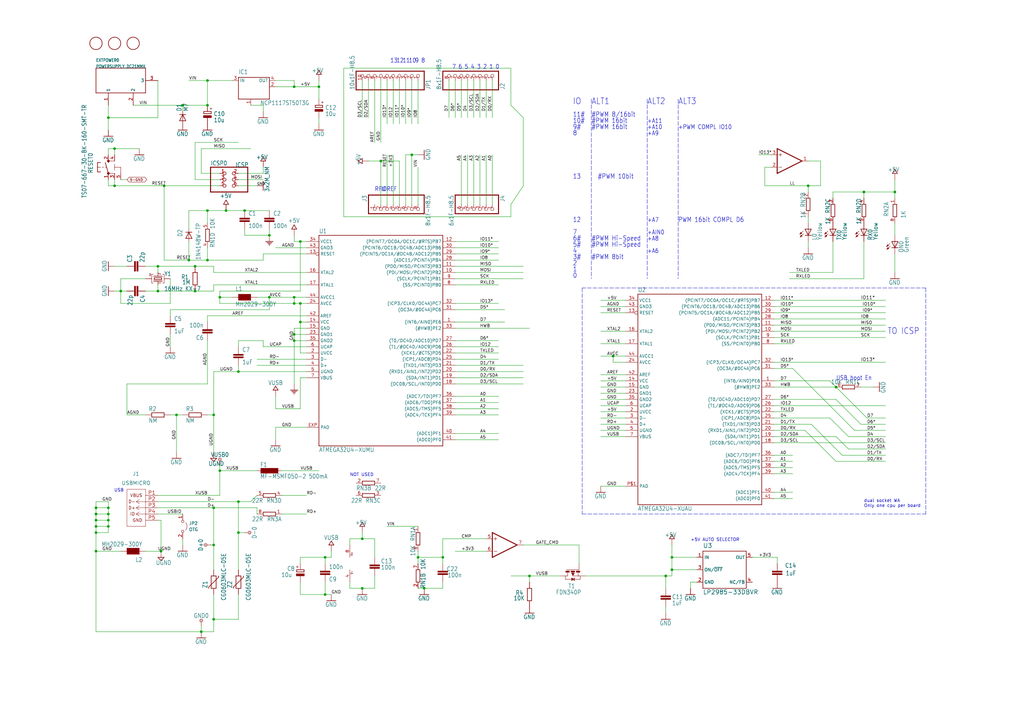
<source format=kicad_sch>
(kicad_sch (version 20211123) (generator eeschema)
  (paper "A3")
  (title_block (date "2023-01-06"))
  (junction (at 87.63 170.18))
  (junction (at 44.45 48.26))
  (junction (at 44.45 210.82))
  (junction (at 156.21 66.04))
  (junction (at 87.63 208.28))
  (junction (at 354.33 78.74))
  (junction (at 123.19 124.46))
  (junction (at 44.45 215.9))
  (junction (at 80.01 119.38))
  (junction (at 331.47 76.2))
  (junction (at 110.49 96.52))
  (junction (at 39.37 208.28))
  (junction (at 87.63 254))
  (junction (at 66.04 226.06))
  (junction (at 39.37 218.44))
  (junction (at 85.09 33.02))
  (junction (at 80.01 109.22))
  (junction (at 39.37 210.82))
  (junction (at 148.59 241.3))
  (junction (at 67.31 76.2))
  (junction (at 39.37 226.06))
  (junction (at 342.9 158.75))
  (junction (at 90.17 193.04))
  (junction (at 120.65 139.7))
  (junction (at 39.37 215.9))
  (junction (at 110.49 121.92))
  (junction (at 217.17 236.22))
  (junction (at 123.19 99.06))
  (junction (at 120.65 121.92))
  (junction (at 90.17 121.92))
  (junction (at 44.45 213.36))
  (junction (at 72.39 170.18))
  (junction (at 251.46 146.05))
  (junction (at 181.61 228.6))
  (junction (at 173.99 241.3))
  (junction (at 120.65 35.56))
  (junction (at 120.65 124.46))
  (junction (at 64.77 109.22))
  (junction (at 85.09 43.18))
  (junction (at 123.19 132.08))
  (junction (at 148.59 220.98))
  (junction (at 82.55 259.08))
  (junction (at 44.45 208.28))
  (junction (at 275.59 233.68))
  (junction (at 87.63 223.52))
  (junction (at 92.71 86.36))
  (junction (at 367.03 78.74))
  (junction (at 85.09 106.68))
  (junction (at 120.65 137.16))
  (junction (at 39.37 213.36))
  (junction (at 171.45 228.6))
  (junction (at 97.79 205.74))
  (junction (at 77.47 106.68))
  (junction (at 85.09 86.36))
  (junction (at 100.33 86.36))
  (junction (at 74.93 43.18))
  (junction (at 46.99 76.2))
  (junction (at 275.59 228.6))
  (junction (at 64.77 119.38))
  (junction (at 46.99 60.96))
  (junction (at 273.05 236.22))
  (junction (at 97.79 218.44))
  (junction (at 133.35 243.84))
  (junction (at 168.91 63.5))
  (junction (at 133.35 228.6))
  (junction (at 49.53 119.38))
  (junction (at 97.79 152.4))
  (junction (at 130.81 35.56))
  (wire (pts (xy 347.98 179.07) (xy 363.22 179.07)))
  (wire (pts (xy 125.73 144.78) (xy 123.19 144.78)))
  (wire (pts (xy 186.69 162.56) (xy 204.47 162.56)))
  (wire (pts (xy 273.05 241.3) (xy 273.05 236.22)))
  (wire (pts (xy 133.35 238.76) (xy 133.35 243.84)))
  (wire (pts (xy 85.09 86.36) (xy 77.47 86.36)))
  (wire (pts (xy 52.07 170.18) (xy 59.69 170.18)))
  (wire (pts (xy 44.45 48.26) (xy 64.77 48.26)))
  (wire (pts (xy 256.54 199.39) (xy 246.38 199.39)))
  (wire (pts (xy 332.74 173.99) (xy 345.44 186.69)))
  (wire (pts (xy 273.05 236.22) (xy 275.59 236.22)))
  (wire (pts (xy 46.99 119.38) (xy 49.53 119.38)))
  (wire (pts (xy 125.73 134.62) (xy 120.65 134.62)))
  (wire (pts (xy 204.47 139.7) (xy 186.69 139.7)))
  (wire (pts (xy 156.21 66.04) (xy 151.13 66.04)))
  (wire (pts (xy 204.47 104.14) (xy 186.69 104.14)))
  (wire (pts (xy 44.45 215.9) (xy 44.45 218.44)))
  (polyline (pts (xy 379.73 118.11) (xy 379.73 210.82)))
  (wire (pts (xy 275.59 233.68) (xy 275.59 228.6)))
  (wire (pts (xy 82.55 60.96) (xy 102.87 60.96)))
  (wire (pts (xy 74.93 45.72) (xy 74.93 43.18)))
  (wire (pts (xy 336.55 76.2) (xy 336.55 66.04)))
  (wire (pts (xy 340.36 171.45) (xy 347.98 179.07)))
  (wire (pts (xy 85.09 43.18) (xy 85.09 33.02)))
  (wire (pts (xy 105.41 121.92) (xy 110.49 121.92)))
  (wire (pts (xy 90.17 73.66) (xy 80.01 73.66)))
  (wire (pts (xy 77.47 86.36) (xy 77.47 93.98)))
  (wire (pts (xy 97.79 205.74) (xy 64.77 205.74)))
  (wire (pts (xy 90.17 190.5) (xy 90.17 193.04)))
  (wire (pts (xy 171.45 68.58) (xy 171.45 83.82)))
  (wire (pts (xy 214.63 114.3) (xy 186.69 114.3)))
  (wire (pts (xy 44.45 43.18) (xy 44.45 48.26)))
  (wire (pts (xy 123.19 238.76) (xy 123.19 243.84)))
  (wire (pts (xy 204.47 124.46) (xy 186.69 124.46)))
  (wire (pts (xy 214.63 154.94) (xy 186.69 154.94)))
  (wire (pts (xy 64.77 116.84) (xy 64.77 119.38)))
  (wire (pts (xy 105.41 76.2) (xy 97.79 76.2)))
  (wire (pts (xy 355.6 171.45) (xy 363.22 171.45)))
  (wire (pts (xy 100.33 96.52) (xy 100.33 93.98)))
  (polyline (pts (xy 278.13 40.64) (xy 278.13 114.3)))
  (wire (pts (xy 87.63 259.08) (xy 82.55 259.08)))
  (wire (pts (xy 214.63 76.2) (xy 209.55 83.82)))
  (wire (pts (xy 90.17 203.2) (xy 90.17 193.04)))
  (wire (pts (xy 140.97 27.94) (xy 209.55 27.94)))
  (polyline (pts (xy 379.73 118.11) (xy 238.76 118.11)))
  (wire (pts (xy 336.55 76.2) (xy 331.47 76.2)))
  (wire (pts (xy 256.54 179.07) (xy 246.38 179.07)))
  (wire (pts (xy 207.01 132.08) (xy 186.69 132.08)))
  (wire (pts (xy 186.69 177.8) (xy 204.47 177.8)))
  (wire (pts (xy 317.5 135.89) (xy 363.22 135.89)))
  (wire (pts (xy 125.73 152.4) (xy 97.79 152.4)))
  (wire (pts (xy 92.71 86.36) (xy 100.33 86.36)))
  (wire (pts (xy 130.81 35.56) (xy 130.81 33.02)))
  (wire (pts (xy 125.73 149.86) (xy 105.41 149.86)))
  (wire (pts (xy 201.93 48.26) (xy 201.93 33.02)))
  (wire (pts (xy 275.59 228.6) (xy 275.59 223.52)))
  (wire (pts (xy 353.06 173.99) (xy 363.22 173.99)))
  (wire (pts (xy 120.65 124.46) (xy 120.65 121.92)))
  (wire (pts (xy 64.77 111.76) (xy 64.77 109.22)))
  (wire (pts (xy 317.5 181.61) (xy 363.22 181.61)))
  (wire (pts (xy 87.63 233.68) (xy 87.63 223.52)))
  (wire (pts (xy 317.5 191.77) (xy 325.12 191.77)))
  (wire (pts (xy 189.23 48.26) (xy 189.23 33.02)))
  (wire (pts (xy 181.61 228.6) (xy 181.61 220.98)))
  (wire (pts (xy 85.09 157.48) (xy 52.07 157.48)))
  (polyline (pts (xy 242.57 40.64) (xy 242.57 114.3)))
  (wire (pts (xy 87.63 170.18) (xy 87.63 185.42)))
  (wire (pts (xy 323.85 114.3) (xy 354.33 114.3)))
  (wire (pts (xy 153.67 58.42) (xy 153.67 33.02)))
  (wire (pts (xy 85.09 139.7) (xy 85.09 157.48)))
  (wire (pts (xy 107.95 104.14) (xy 107.95 106.68)))
  (wire (pts (xy 256.54 163.83) (xy 246.38 163.83)))
  (wire (pts (xy 148.59 218.44) (xy 148.59 220.98)))
  (wire (pts (xy 107.95 68.58) (xy 107.95 71.12)))
  (wire (pts (xy 125.73 129.54) (xy 85.09 129.54)))
  (wire (pts (xy 107.95 142.24) (xy 107.95 139.7)))
  (wire (pts (xy 49.53 124.46) (xy 49.53 119.38)))
  (wire (pts (xy 87.63 152.4) (xy 87.63 170.18)))
  (wire (pts (xy 342.9 163.83) (xy 353.06 173.99)))
  (wire (pts (xy 214.63 48.26) (xy 214.63 76.2)))
  (wire (pts (xy 317.5 179.07) (xy 342.9 179.07)))
  (wire (pts (xy 102.87 43.18) (xy 107.95 43.18)))
  (wire (pts (xy 85.09 170.18) (xy 87.63 170.18)))
  (wire (pts (xy 44.45 210.82) (xy 39.37 210.82)))
  (wire (pts (xy 342.9 179.07) (xy 347.98 184.15)))
  (wire (pts (xy 97.79 243.84) (xy 97.79 254)))
  (polyline (pts (xy 238.76 118.11) (xy 238.76 210.82)))
  (wire (pts (xy 90.17 121.92) (xy 95.25 121.92)))
  (wire (pts (xy 317.5 158.75) (xy 342.9 158.75)))
  (wire (pts (xy 125.73 116.84) (xy 87.63 116.84)))
  (wire (pts (xy 44.45 213.36) (xy 39.37 213.36)))
  (wire (pts (xy 125.73 175.26) (xy 113.03 175.26)))
  (wire (pts (xy 115.57 210.82) (xy 125.73 210.82)))
  (wire (pts (xy 308.61 228.6) (xy 318.77 228.6)))
  (wire (pts (xy 317.5 123.19) (xy 363.22 123.19)))
  (wire (pts (xy 44.45 215.9) (xy 39.37 215.9)))
  (wire (pts (xy 367.03 78.74) (xy 367.03 73.66)))
  (wire (pts (xy 342.9 189.23) (xy 363.22 189.23)))
  (wire (pts (xy 331.47 78.74) (xy 331.47 76.2)))
  (wire (pts (xy 214.63 157.48) (xy 186.69 157.48)))
  (wire (pts (xy 181.61 238.76) (xy 181.61 241.3)))
  (wire (pts (xy 148.59 220.98) (xy 143.51 220.98)))
  (wire (pts (xy 120.65 33.02) (xy 120.65 35.56)))
  (wire (pts (xy 130.81 40.64) (xy 130.81 35.56)))
  (wire (pts (xy 204.47 142.24) (xy 186.69 142.24)))
  (wire (pts (xy 331.47 66.04) (xy 336.55 66.04)))
  (wire (pts (xy 340.36 156.21) (xy 317.5 156.21)))
  (wire (pts (xy 171.45 241.3) (xy 173.99 241.3)))
  (wire (pts (xy 332.74 173.99) (xy 317.5 173.99)))
  (wire (pts (xy 44.45 210.82) (xy 44.45 213.36)))
  (wire (pts (xy 125.73 142.24) (xy 107.95 142.24)))
  (wire (pts (xy 347.98 184.15) (xy 363.22 184.15)))
  (wire (pts (xy 285.75 238.76) (xy 283.21 238.76)))
  (wire (pts (xy 44.45 205.74) (xy 39.37 205.74)))
  (wire (pts (xy 97.79 233.68) (xy 97.79 218.44)))
  (wire (pts (xy 317.5 186.69) (xy 325.12 186.69)))
  (wire (pts (xy 246.38 156.21) (xy 256.54 156.21)))
  (wire (pts (xy 256.54 158.75) (xy 246.38 158.75)))
  (wire (pts (xy 44.45 76.2) (xy 46.99 76.2)))
  (wire (pts (xy 166.37 63.5) (xy 168.91 63.5)))
  (wire (pts (xy 171.45 33.02) (xy 171.45 50.8)))
  (wire (pts (xy 273.05 248.92) (xy 273.05 251.46)))
  (wire (pts (xy 186.69 116.84) (xy 204.47 116.84)))
  (wire (pts (xy 107.95 139.7) (xy 97.79 139.7)))
  (wire (pts (xy 90.17 124.46) (xy 120.65 124.46)))
  (wire (pts (xy 317.5 168.91) (xy 325.12 168.91)))
  (wire (pts (xy 204.47 99.06) (xy 186.69 99.06)))
  (wire (pts (xy 130.81 35.56) (xy 120.65 35.56)))
  (wire (pts (xy 64.77 213.36) (xy 66.04 213.36)))
  (wire (pts (xy 39.37 215.9) (xy 39.37 213.36)))
  (wire (pts (xy 39.37 210.82) (xy 39.37 213.36)))
  (wire (pts (xy 123.19 154.94) (xy 123.19 167.64)))
  (wire (pts (xy 161.29 83.82) (xy 161.29 63.5)))
  (wire (pts (xy 86.36 223.52) (xy 87.63 223.52)))
  (wire (pts (xy 44.45 60.96) (xy 46.99 60.96)))
  (wire (pts (xy 105.41 208.28) (xy 87.63 208.28)))
  (wire (pts (xy 153.67 241.3) (xy 148.59 241.3)))
  (wire (pts (xy 123.19 228.6) (xy 133.35 228.6)))
  (wire (pts (xy 181.61 220.98) (xy 199.39 220.98)))
  (wire (pts (xy 44.45 208.28) (xy 39.37 208.28)))
  (wire (pts (xy 123.19 124.46) (xy 123.19 132.08)))
  (wire (pts (xy 186.69 147.32) (xy 204.47 147.32)))
  (wire (pts (xy 168.91 83.82) (xy 168.91 63.5)))
  (wire (pts (xy 39.37 226.06) (xy 39.37 218.44)))
  (wire (pts (xy 80.01 73.66) (xy 80.01 58.42)))
  (wire (pts (xy 317.5 171.45) (xy 340.36 171.45)))
  (wire (pts (xy 120.65 121.92) (xy 125.73 121.92)))
  (wire (pts (xy 123.19 243.84) (xy 133.35 243.84)))
  (wire (pts (xy 251.46 146.05) (xy 256.54 146.05)))
  (wire (pts (xy 39.37 208.28) (xy 39.37 210.82)))
  (wire (pts (xy 52.07 157.48) (xy 52.07 170.18)))
  (wire (pts (xy 217.17 238.76) (xy 217.17 236.22)))
  (wire (pts (xy 135.89 226.06) (xy 135.89 228.6)))
  (wire (pts (xy 39.37 259.08) (xy 39.37 226.06)))
  (wire (pts (xy 317.5 194.31) (xy 325.12 194.31)))
  (wire (pts (xy 214.63 111.76) (xy 186.69 111.76)))
  (wire (pts (xy 120.65 139.7) (xy 120.65 157.48)))
  (wire (pts (xy 317.5 204.47) (xy 325.12 204.47)))
  (wire (pts (xy 69.85 124.46) (xy 49.53 124.46)))
  (wire (pts (xy 158.75 63.5) (xy 158.75 83.82)))
  (wire (pts (xy 90.17 121.92) (xy 90.17 124.46)))
  (wire (pts (xy 90.17 76.2) (xy 67.31 76.2)))
  (wire (pts (xy 214.63 152.4) (xy 186.69 152.4)))
  (wire (pts (xy 189.23 63.5) (xy 189.23 83.82)))
  (wire (pts (xy 64.77 48.26) (xy 64.77 33.02)))
  (wire (pts (xy 325.12 151.13) (xy 317.5 151.13)))
  (wire (pts (xy 130.81 48.26) (xy 130.81 50.8)))
  (wire (pts (xy 367.03 96.52) (xy 367.03 91.44)))
  (wire (pts (xy 166.37 50.8) (xy 166.37 33.02)))
  (wire (pts (xy 317.5 125.73) (xy 363.22 125.73)))
  (wire (pts (xy 194.31 48.26) (xy 194.31 33.02)))
  (wire (pts (xy 367.03 81.28) (xy 367.03 78.74)))
  (wire (pts (xy 186.69 165.1) (xy 204.47 165.1)))
  (wire (pts (xy 113.03 35.56) (xy 120.65 35.56)))
  (wire (pts (xy 123.19 144.78) (xy 123.19 132.08)))
  (wire (pts (xy 181.61 228.6) (xy 181.61 231.14)))
  (wire (pts (xy 44.45 48.26) (xy 44.45 53.34)))
  (wire (pts (xy 199.39 226.06) (xy 186.69 226.06)))
  (wire (pts (xy 156.21 83.82) (xy 156.21 66.04)))
  (wire (pts (xy 100.33 86.36) (xy 110.49 86.36)))
  (polyline (pts (xy 265.43 40.64) (xy 265.43 114.3)))
  (wire (pts (xy 209.55 236.22) (xy 217.17 236.22)))
  (wire (pts (xy 123.19 167.64) (xy 113.03 167.64)))
  (polyline (pts (xy 238.76 210.82) (xy 379.73 210.82)))
  (wire (pts (xy 46.99 109.22) (xy 52.07 109.22)))
  (wire (pts (xy 123.19 99.06) (xy 120.65 99.06)))
  (wire (pts (xy 143.51 241.3) (xy 143.51 238.76)))
  (wire (pts (xy 110.49 127) (xy 110.49 121.92)))
  (wire (pts (xy 125.73 139.7) (xy 120.65 139.7)))
  (wire (pts (xy 85.09 106.68) (xy 107.95 106.68)))
  (wire (pts (xy 209.55 27.94) (xy 209.55 43.18)))
  (wire (pts (xy 69.85 127) (xy 110.49 127)))
  (wire (pts (xy 246.38 168.91) (xy 256.54 168.91)))
  (wire (pts (xy 64.77 203.2) (xy 90.17 203.2)))
  (wire (pts (xy 283.21 238.76) (xy 283.21 241.3)))
  (wire (pts (xy 350.52 176.53) (xy 363.22 176.53)))
  (wire (pts (xy 90.17 119.38) (xy 90.17 121.92)))
  (wire (pts (xy 354.33 78.74) (xy 341.63 78.74)))
  (wire (pts (xy 87.63 119.38) (xy 87.63 116.84)))
  (wire (pts (xy 256.54 176.53) (xy 246.38 176.53)))
  (wire (pts (xy 256.54 153.67) (xy 246.38 153.67)))
  (wire (pts (xy 317.5 133.35) (xy 363.22 133.35)))
  (wire (pts (xy 120.65 124.46) (xy 123.19 124.46)))
  (wire (pts (xy 44.45 205.74) (xy 44.45 208.28)))
  (wire (pts (xy 107.95 71.12) (xy 97.79 71.12)))
  (wire (pts (xy 161.29 50.8) (xy 161.29 33.02)))
  (wire (pts (xy 148.59 241.3) (xy 143.51 241.3)))
  (wire (pts (xy 275.59 236.22) (xy 275.59 233.68)))
  (wire (pts (xy 153.67 220.98) (xy 153.67 228.6)))
  (wire (pts (xy 186.69 134.62) (xy 217.17 134.62)))
  (wire (pts (xy 44.45 208.28) (xy 44.45 210.82)))
  (wire (pts (xy 85.09 91.44) (xy 85.09 86.36)))
  (wire (pts (xy 67.31 106.68) (xy 77.47 106.68)))
  (wire (pts (xy 59.69 226.06) (xy 66.04 226.06)))
  (wire (pts (xy 44.45 213.36) (xy 44.45 215.9)))
  (wire (pts (xy 209.55 88.9) (xy 140.97 88.9)))
  (wire (pts (xy 87.63 254) (xy 87.63 243.84)))
  (wire (pts (xy 46.99 76.2) (xy 67.31 76.2)))
  (wire (pts (xy 171.45 226.06) (xy 171.45 228.6)))
  (wire (pts (xy 166.37 83.82) (xy 166.37 63.5)))
  (wire (pts (xy 66.04 226.06) (xy 66.04 213.36)))
  (wire (pts (xy 191.77 48.26) (xy 191.77 33.02)))
  (wire (pts (xy 64.77 210.82) (xy 74.93 210.82)))
  (wire (pts (xy 95.25 33.02) (xy 85.09 33.02)))
  (wire (pts (xy 72.39 170.18) (xy 72.39 185.42)))
  (wire (pts (xy 363.22 148.59) (xy 317.5 148.59)))
  (wire (pts (xy 331.47 101.6) (xy 331.47 99.06)))
  (wire (pts (xy 256.54 125.73) (xy 246.38 125.73)))
  (wire (pts (xy 331.47 88.9) (xy 331.47 91.44)))
  (wire (pts (xy 133.35 231.14) (xy 133.35 228.6)))
  (wire (pts (xy 85.09 132.08) (xy 85.09 129.54)))
  (wire (pts (xy 69.85 142.24) (xy 69.85 137.16)))
  (wire (pts (xy 163.83 66.04) (xy 156.21 66.04)))
  (wire (pts (xy 199.39 48.26) (xy 199.39 33.02)))
  (wire (pts (xy 237.49 231.14) (xy 237.49 223.52)))
  (wire (pts (xy 331.47 76.2) (xy 313.69 76.2)))
  (wire (pts (xy 74.93 43.18) (xy 85.09 43.18)))
  (wire (pts (xy 125.73 101.6) (xy 113.03 101.6)))
  (wire (pts (xy 214.63 149.86) (xy 186.69 149.86)))
  (wire (pts (xy 256.54 135.89) (xy 246.38 135.89)))
  (wire (pts (xy 354.33 114.3) (xy 354.33 99.06)))
  (wire (pts (xy 125.73 104.14) (xy 107.95 104.14)))
  (wire (pts (xy 204.47 144.78) (xy 186.69 144.78)))
  (wire (pts (xy 120.65 99.06) (xy 120.65 96.52)))
  (wire (pts (xy 64.77 109.22) (xy 80.01 109.22)))
  (wire (pts (xy 285.75 228.6) (xy 275.59 228.6)))
  (wire (pts (xy 123.19 132.08) (xy 125.73 132.08)))
  (wire (pts (xy 110.49 96.52) (xy 100.33 96.52)))
  (wire (pts (xy 181.61 228.6) (xy 171.45 228.6)))
  (wire (pts (xy 46.99 63.5) (xy 46.99 60.96)))
  (wire (pts (xy 168.91 63.5) (xy 171.45 63.5)))
  (wire (pts (xy 120.65 137.16) (xy 120.65 139.7)))
  (wire (pts (xy 199.39 63.5) (xy 199.39 83.82)))
  (wire (pts (xy 184.15 48.26) (xy 184.15 33.02)))
  (wire (pts (xy 123.19 99.06) (xy 123.19 119.38)))
  (wire (pts (xy 115.57 203.2) (xy 125.73 203.2)))
  (wire (pts (xy 214.63 223.52) (xy 237.49 223.52)))
  (wire (pts (xy 196.85 63.5) (xy 196.85 83.82)))
  (wire (pts (xy 256.54 166.37) (xy 246.38 166.37)))
  (wire (pts (xy 125.73 154.94) (xy 123.19 154.94)))
  (wire (pts (xy 85.09 33.02) (xy 77.47 33.02)))
  (wire (pts (xy 256.54 171.45) (xy 246.38 171.45)))
  (wire (pts (xy 110.49 96.52) (xy 110.49 93.98)))
  (wire (pts (xy 69.85 129.54) (xy 69.85 127)))
  (wire (pts (xy 80.01 58.42) (xy 97.79 58.42)))
  (wire (pts (xy 72.39 170.18) (xy 69.85 170.18)))
  (wire (pts (xy 125.73 137.16) (xy 120.65 137.16)))
  (wire (pts (xy 256.54 173.99) (xy 246.38 173.99)))
  (wire (pts (xy 313.69 68.58) (xy 316.23 68.58)))
  (wire (pts (xy 246.38 146.05) (xy 251.46 146.05)))
  (wire (pts (xy 102.87 205.74) (xy 105.41 203.2)))
  (wire (pts (xy 74.93 170.18) (xy 72.39 170.18)))
  (wire (pts (xy 97.79 254) (xy 87.63 254)))
  (wire (pts (xy 80.01 119.38) (xy 87.63 119.38)))
  (wire (pts (xy 123.19 119.38) (xy 90.17 119.38)))
  (wire (pts (xy 194.31 63.5) (xy 194.31 83.82)))
  (wire (pts (xy 330.2 176.53) (xy 342.9 189.23)))
  (wire (pts (xy 87.63 208.28) (xy 64.77 208.28)))
  (wire (pts (xy 120.65 134.62) (xy 120.65 137.16)))
  (wire (pts (xy 317.5 163.83) (xy 342.9 163.83)))
  (wire (pts (xy 130.81 193.04) (xy 115.57 193.04)))
  (wire (pts (xy 158.75 50.8) (xy 158.75 33.02)))
  (wire (pts (xy 102.87 205.74) (xy 97.79 205.74)))
  (wire (pts (xy 85.09 86.36) (xy 92.71 86.36)))
  (wire (pts (xy 44.45 63.5) (xy 44.45 60.96)))
  (wire (pts (xy 196.85 48.26) (xy 196.85 33.02)))
  (wire (pts (xy 39.37 205.74) (xy 39.37 208.28)))
  (wire (pts (xy 49.53 226.06) (xy 39.37 226.06)))
  (wire (pts (xy 363.22 166.37) (xy 317.5 166.37)))
  (wire (pts (xy 240.03 236.22) (xy 273.05 236.22)))
  (wire (pts (xy 59.69 114.3) (xy 49.53 114.3)))
  (wire (pts (xy 151.13 48.26) (xy 151.13 33.02)))
  (wire (pts (xy 113.03 167.64) (xy 113.03 162.56)))
  (wire (pts (xy 87.63 111.76) (xy 87.63 109.22)))
  (wire (pts (xy 209.55 83.82) (xy 209.55 88.9)))
  (wire (pts (xy 113.03 33.02) (xy 120.65 33.02)))
  (wire (pts (xy 256.54 161.29) (xy 246.38 161.29)))
  (wire (pts (xy 82.55 256.54) (xy 82.55 259.08)))
  (wire (pts (xy 201.93 63.5) (xy 201.93 83.82)))
  (wire (pts (xy 44.45 218.44) (xy 39.37 218.44)))
  (wire (pts (xy 350.52 176.53) (xy 325.12 151.13)))
  (wire (pts (xy 156.21 58.42) (xy 156.21 33.02)))
  (wire (pts (xy 90.17 193.04) (xy 105.41 193.04)))
  (wire (pts (xy 163.83 83.82) (xy 163.83 66.04)))
  (wire (pts (xy 317.5 140.97) (xy 325.12 140.97)))
  (wire (pts (xy 87.63 254) (xy 87.63 259.08)))
  (wire (pts (xy 207.01 127) (xy 186.69 127)))
  (wire (pts (xy 97.79 152.4) (xy 87.63 152.4)))
  (wire (pts (xy 163.83 50.8) (xy 163.83 33.02)))
  (wire (pts (xy 77.47 106.68) (xy 85.09 106.68)))
  (wire (pts (xy 355.6 171.45) (xy 342.9 158.75)))
  (wire (pts (xy 49.53 114.3) (xy 49.53 119.38)))
  (wire (pts (xy 87.63 223.52) (xy 87.63 208.28)))
  (wire (pts (xy 317.5 189.23) (xy 325.12 189.23)))
  (wire (pts (xy 39.37 218.44) (xy 39.37 215.9)))
  (wire (pts (xy 168.91 50.8) (xy 168.91 33.02)))
  (wire (pts (xy 317.5 201.93) (xy 325.12 201.93)))
  (wire (pts (xy 191.77 63.5) (xy 191.77 83.82)))
  (wire (pts (xy 256.54 128.27) (xy 246.38 128.27)))
  (wire (pts (xy 107.95 43.18) (xy 107.95 45.72)))
  (wire (pts (xy 133.35 228.6) (xy 135.89 228.6)))
  (wire (pts (xy 330.2 176.53) (xy 317.5 176.53)))
  (wire (pts (xy 87.63 109.22) (xy 80.01 109.22)))
  (wire (pts (xy 64.77 119.38) (xy 80.01 119.38)))
  (wire (pts (xy 204.47 101.6) (xy 186.69 101.6)))
  (wire (pts (xy 97.79 73.66) (xy 107.95 73.66)))
  (wire (pts (xy 367.03 111.76) (xy 367.03 104.14)))
  (wire (pts (xy 90.17 71.12) (xy 82.55 71.12)))
  (wire (pts (xy 317.5 138.43) (xy 363.22 138.43)))
  (wire (pts (xy 54.61 43.18) (xy 74.93 43.18)))
  (wire (pts (xy 341.63 78.74) (xy 341.63 81.28)))
  (wire (pts (xy 186.69 106.68) (xy 204.47 106.68)))
  (wire (pts (xy 133.35 243.84) (xy 135.89 243.84)))
  (wire (pts (xy 97.79 139.7) (xy 97.79 142.24)))
  (wire (pts (xy 46.99 73.66) (xy 46.99 76.2)))
  (wire (pts (xy 85.09 101.6) (xy 85.09 106.68)))
  (wire (pts (xy 354.33 78.74) (xy 367.03 78.74)))
  (wire (pts (xy 77.47 99.06) (xy 77.47 106.68)))
  (wire (pts (xy 345.44 186.69) (xy 363.22 186.69)))
  (wire (pts (xy 125.73 111.76) (xy 87.63 111.76)))
  (wire (pts (xy 171.45 231.14) (xy 171.45 228.6)))
  (wire (pts (xy 341.63 99.06) (xy 341.63 111.76)))
  (wire (pts (xy 311.15 63.5) (xy 316.23 63.5)))
  (wire (pts (xy 256.54 148.59) (xy 251.46 148.59)))
  (wire (pts (xy 123.19 231.14) (xy 123.19 228.6)))
  (wire (pts (xy 44.45 73.66) (xy 44.45 76.2)))
  (wire (pts (xy 317.5 130.81) (xy 363.22 130.81)))
  (wire (pts (xy 354.33 81.28) (xy 354.33 78.74)))
  (wire (pts (xy 342.9 158.75) (xy 340.36 156.21)))
  (wire (pts (xy 82.55 259.08) (xy 39.37 259.08)))
  (wire (pts (xy 181.61 241.3) (xy 173.99 241.3)))
  (wire (pts (xy 140.97 88.9) (xy 140.97 27.94)))
  (wire (pts (xy 217.17 236.22) (xy 229.87 236.22)))
  (wire (pts (xy 313.69 76.2) (xy 313.69 68.58)))
  (wire (pts (xy 125.73 147.32) (xy 105.41 147.32)))
  (wire (pts (xy 82.55 71.12) (xy 82.55 60.96)))
  (wire (pts (xy 59.69 119.38) (xy 64.77 119.38)))
  (wire (pts (xy 186.69 167.64) (xy 204.47 167.64)))
  (wire (pts (xy 209.55 43.18) (xy 214.63 48.26)))
  (wire (pts (xy 49.53 119.38) (xy 52.07 119.38)))
  (wire (pts (xy 341.63 111.76) (xy 323.85 111.76)))
  (wire (pts (xy 186.69 170.18) (xy 204.47 170.18)))
  (wire (pts (xy 100.33 218.44) (xy 97.79 218.44)))
  (wire (pts (xy 67.31 76.2) (xy 67.31 106.68)))
  (wire (pts (xy 49.53 73.66) (xy 52.07 73.66)))
  (wire (pts (xy 110.49 121.92) (xy 120.65 121.92)))
  (wire (pts (xy 59.69 109.22) (xy 64.77 109.22)))
  (wire (pts (xy 113.03 175.26) (xy 113.03 180.34)))
  (wire (pts (xy 285.75 233.68) (xy 275.59 233.68)))
  (wire (pts (xy 158.75 215.9) (xy 171.45 215.9)))
  (wire (pts (xy 148.59 48.26) (xy 148.59 33.02)))
  (wire (pts (xy 105.41 208.28) (xy 105.41 210.82)))
  (wire (pts (xy 143.51 220.98) (xy 143.51 223.52)))
  (wire (pts (xy 353.06 158.75) (xy 358.14 158.75)))
  (wire (pts (xy 186.69 180.34) (xy 204.47 180.34)))
  (wire (pts (xy 148.59 220.98) (xy 153.67 220.98)))
  (wire (pts (xy 97.79 149.86) (xy 97.79 152.4)))
  (wire (pts (xy 246.38 123.19) (xy 256.54 123.19)))
  (wire (pts (xy 74.93 220.98) (xy 74.93 223.52)))
  (wire (pts (xy 251.46 148.59) (xy 251.46 146.05)))
  (wire (pts (xy 214.63 109.22) (xy 186.69 109.22)))
  (wire (pts (xy 256.54 140.97) (xy 246.38 140.97)))
  (wire (pts (xy 69.85 114.3) (xy 69.85 124.46)))
  (wire (pts (xy 186.69 48.26) (xy 186.69 33.02)))
  (wire (pts (xy 123.19 124.46) (xy 125.73 124.46)))
  (wire (pts (xy 153.67 236.22) (xy 153.67 241.3)))
  (wire (pts (xy 123.19 99.06) (xy 125.73 99.06)))
  (wire (pts (xy 46.99 60.96) (xy 57.15 60.96)))
  (wire (pts (xy 317.5 128.27) (xy 363.22 128.27)))
  (wire (pts (xy 97.79 218.44) (xy 97.79 205.74)))
  (wire (pts (xy 318.77 228.6) (xy 318.77 231.14)))
  (text "#PWM 8/16bit" (at 242.57 48.26 180) (effects (font (size 1.9304 1.6408)) (justify left bottom)))
  (text "11" (at 165.1 26.035 180) (effects (font (size 1.778 1.5113)) (justify left bottom)))
  (text "PWM 16bit COMPL D6" (at 278.13 91.44 180) (effects (font (size 1.9304 1.6408)) (justify left bottom)))
  (text "USB boot En" (at 342.9 156.21 180) (effects (font (size 1.778 1.5113)) (justify left bottom)))
  (text "IO" (at 234.95 43.18 180) (effects (font (size 2.54 2.159)) (justify left bottom)))
  (text "8" (at 172.72 26.035 180) (effects (font (size 1.778 1.5113)) (justify left bottom)))
  (text "NOT USED" (at 143.51 195.58 180) (effects (font (size 1.27 1.27)) (justify left bottom)))
  (text "RFU" (at 153.67 78.74 180) (effects (font (size 1.778 1.5113)) (justify left bottom)))
  (text "#PWM 8bit" (at 242.57 106.68 180) (effects (font (size 1.9304 1.6408)) (justify left bottom)))
  (text "6#" (at 234.95 99.06 180) (effects (font (size 1.9304 1.6408)) (justify left bottom)))
  (text "12" (at 234.95 91.44 180) (effects (font (size 1.9304 1.6408)) (justify left bottom)))
  (text "+PWM COMPL IO10" (at 278.13 53.34 180) (effects (font (size 1.778 1.5113)) (justify left bottom)))
  (text "#PWM 16bit" (at 242.57 53.34 180) (effects (font (size 1.9304 1.6408)) (justify left bottom)))
  (text "TO ICSP" (at 363.982 137.414 180) (effects (font (size 2.54 2.159)) (justify left bottom)))
  (text "7" (at 185.42 28.575 180) (effects (font (size 1.778 1.5113)) (justify left bottom)))
  (text "dual socket WA\nOnly one cpu per board" (at 354.33 208.28 0) (effects (font (size 1.27 1.27)) (justify left bottom)))
  (text "#PWM Hi-Speed" (at 242.57 99.06 180) (effects (font (size 1.9304 1.6408)) (justify left bottom)))
  (text "+A10" (at 265.43 53.34 180) (effects (font (size 1.778 1.5113)) (justify left bottom)))
  (text "5#" (at 234.95 101.6 180) (effects (font (size 1.9304 1.6408)) (justify left bottom)))
  (text "1" (at 234.95 111.76 180) (effects (font (size 1.9304 1.6408)) (justify left bottom)))
  (text "7" (at 234.95 96.52 180) (effects (font (size 1.9304 1.6408)) (justify left bottom)))
  (text "11#" (at 234.95 48.26 180) (effects (font (size 1.9304 1.6408)) (justify left bottom)))
  (text "9#" (at 234.95 53.34 180) (effects (font (size 1.9304 1.6408)) (justify left bottom)))
  (text "0" (at 203.2 28.575 180) (effects (font (size 1.778 1.5113)) (justify left bottom)))
  (text "13" (at 160.02 26.035 180) (effects (font (size 1.778 1.5113)) (justify left bottom)))
  (text "IOREF" (at 156.21 78.74 180) (effects (font (size 1.778 1.5113)) (justify left bottom)))
  (text "3" (at 195.58 28.575 180) (effects (font (size 1.778 1.5113)) (justify left bottom)))
  (text "+5V AUTO SELECTOR" (at 283.21 222.25 180) (effects (font (size 1.27 1.27)) (justify left bottom)))
  (text "8" (at 234.95 55.88 180) (effects (font (size 1.9304 1.6408)) (justify left bottom)))
  (text "+AIN0" (at 265.43 96.52 180) (effects (font (size 1.778 1.5113)) (justify left bottom)))
  (text "ALT3" (at 278.13 43.18 180) (effects (font (size 2.54 2.159)) (justify left bottom)))
  (text "5" (at 190.5 28.575 180) (effects (font (size 1.778 1.5113)) (justify left bottom)))
  (text "4" (at 234.95 104.14 180) (effects (font (size 1.9304 1.6408)) (justify left bottom)))
  (text "+A8" (at 265.43 99.06 180) (effects (font (size 1.778 1.5113)) (justify left bottom)))
  (text "4" (at 193.04 28.575 180) (effects (font (size 1.778 1.5113)) (justify left bottom)))
  (text "+A9" (at 265.43 55.88 180) (effects (font (size 1.778 1.5113)) (justify left bottom)))
  (text "ALT1" (at 242.57 43.18 180) (effects (font (size 2.54 2.159)) (justify left bottom)))
  (text "+A6" (at 265.43 104.14 180) (effects (font (size 1.778 1.5113)) (justify left bottom)))
  (text "0" (at 234.95 114.3 180) (effects (font (size 1.9304 1.6408)) (justify left bottom)))
  (text "10" (at 167.64 26.035 180) (effects (font (size 1.778 1.5113)) (justify left bottom)))
  (text "#PWM 10bit" (at 245.11 73.66 180) (effects (font (size 1.9304 1.6408)) (justify left bottom)))
  (text "1" (at 200.66 28.575 180) (effects (font (size 1.778 1.5113)) (justify left bottom)))
  (text "9" (at 170.18 26.035 180) (effects (font (size 1.778 1.5113)) (justify left bottom)))
  (text "3#" (at 234.95 106.68 180) (effects (font (size 1.9304 1.6408)) (justify left bottom)))
  (text "13" (at 234.95 73.66 180) (effects (font (size 1.9304 1.6408)) (justify left bottom)))
  (text "6" (at 187.96 28.575 180) (effects (font (size 1.778 1.5113)) (justify left bottom)))
  (text "USB" (at 50.8 201.93 180) (effects (font (size 1.27 1.27)) (justify right bottom)))
  (text "ALT2" (at 265.43 43.18 180) (effects (font (size 2.54 2.159)) (justify left bottom)))
  (text "10#" (at 234.95 50.8 180) (effects (font (size 1.9304 1.6408)) (justify left bottom)))
  (text "2" (at 234.95 109.22 180) (effects (font (size 1.9304 1.6408)) (justify left bottom)))
  (text "12" (at 162.56 26.035 180) (effects (font (size 1.778 1.5113)) (justify left bottom)))
  (text "#PWM 16bit" (at 242.57 50.8 180) (effects (font (size 1.9304 1.6408)) (justify left bottom)))
  (text "+A11" (at 265.43 50.8 180) (effects (font (size 1.778 1.5113)) (justify left bottom)))
  (text "#PWM Hi-Speed" (at 242.57 101.6 180) (effects (font (size 1.9304 1.6408)) (justify left bottom)))
  (text "2" (at 198.12 28.575 180) (effects (font (size 1.778 1.5113)) (justify left bottom)))
  (text "+A7" (at 265.43 91.44 180) (effects (font (size 1.778 1.5113)) (justify left bottom)))
  (label "RXLED" (at 196.85 116.84 0) (effects (font (size 1.2446 1.2446))))
  (label "A0" (at 320.04 186.69 0) (effects (font (size 1.2446 1.2446))))
  (label "D4" (at 355.6 179.07 0) (effects (font (size 1.2446 1.2446))))
  (label "IO8" (at 320.04 130.81 0) (effects (font (size 1.2446 1.2446))))
  (label "UCAP" (at 110.49 142.24 0) (effects (font (size 1.2446 1.2446))))
  (label "GND" (at 69.85 142.24 90) (effects (font (size 1.2446 1.2446))))
  (label "D3/SCL" (at 148.59 48.26 90) (effects (font (size 1.2446 1.2446))))
  (label "A3" (at 196.85 170.18 0) (effects (font (size 1.2446 1.2446))))
  (label "UGND" (at 64.77 226.06 0) (effects (font (size 1.2446 1.2446))))
  (label "D0/RX" (at 320.04 176.53 0) (effects (font (size 1.2446 1.2446))))
  (label "D6*" (at 186.69 45.72 90) (effects (font (size 1.2446 1.2446))))
  (label "RXLED" (at 326.39 114.3 0) (effects (font (size 1.2446 1.2446))))
  (label "A2" (at 320.04 191.77 0) (effects (font (size 1.2446 1.2446))))
  (label "GND" (at 115.57 175.26 0) (effects (font (size 1.2446 1.2446))))
  (label "D4" (at 196.85 147.32 0) (effects (font (size 1.2446 1.2446))))
  (label "GND" (at 248.92 163.83 0) (effects (font (size 1.2446 1.2446))))
  (label "IO13*" (at 353.06 148.59 0) (effects (font (size 1.3513 1.3513))))
  (label "LL" (at 323.85 76.2 0) (effects (font (size 1.2446 1.2446))))
  (label "SCK" (at 353.06 138.43 0) (effects (font (size 1.2446 1.2446))))
  (label "XTAL1" (at 248.92 140.97 0) (effects (font (size 1.2446 1.2446))))
  (label "D5*" (at 189.23 45.72 90) (effects (font (size 1.2446 1.2446))))
  (label "IO10*" (at 353.695 125.73 0) (effects (font (size 1.2446 1.2446))))
  (label "+3V3" (at 161.29 68.58 90) (effects (font (size 1.2446 1.2446))))
  (label "SCK" (at 320.04 138.43 0) (effects (font (size 1.2446 1.2446))))
  (label "D7" (at 320.04 156.21 0) (effects (font (size 1.2446 1.2446))))
  (label "A2" (at 196.85 167.64 0) (effects (font (size 1.2446 1.2446))))
  (label "GND" (at 135.89 243.84 0) (effects (font (size 1.2446 1.2446))))
  (label "GND" (at 248.92 158.75 0) (effects (font (size 1.2446 1.2446))))
  (label "GND" (at 41.91 226.06 0) (effects (font (size 1.2446 1.2446))))
  (label "D2/SDA" (at 151.13 48.26 90) (effects (font (size 1.2446 1.2446))))
  (label "D2/SDA" (at 355.6 184.15 0) (effects (font (size 1.2446 1.2446))))
  (label "AREF" (at 95.25 129.54 0) (effects (font (size 1.2446 1.2446))))
  (label "D3/SCL" (at 196.85 157.48 0) (effects (font (size 1.2446 1.2446))))
  (label "+5V" (at 248.92 123.19 0) (effects (font (size 1.2446 1.2446))))
  (label "D0/RX" (at 196.85 152.4 0) (effects (font (size 1.2446 1.2446))))
  (label "IO11*" (at 320.04 123.19 0) (effects (font (size 1.2446 1.2446))))
  (label "AREF" (at 248.92 153.67 0) (effects (font (size 1.2446 1.2446))))
  (label "A0" (at 196.85 162.56 0) (effects (font (size 1.2446 1.2446))))
  (label "D3/SCL" (at 355.6 181.61 0) (effects (font (size 1.2446 1.2446))))
  (label "A5" (at 189.23 66.04 90) (effects (font (size 1.2446 1.2446))))
  (label "MISO" (at 320.04 133.35 0) (effects (font (size 1.2446 1.2446))))
  (label "GND" (at 248.92 199.39 0) (effects (font (size 1.2446 1.2446))))
  (label "IO13*" (at 158.75 48.26 90) (effects (font (size 1.2446 1.2446))))
  (label "VUSB" (at 123.19 193.04 0) (effects (font (size 1.2446 1.2446))))
  (label "A2" (at 196.85 66.04 90) (effects (font (size 1.2446 1.2446))))
  (label "D2/SDA" (at 196.85 154.94 0) (effects (font (size 1.2446 1.2446))))
  (label "AREF" (at 153.67 58.42 90) (effects (font (size 1.2446 1.2446))))
  (label "IO9*" (at 168.91 48.26 90) (effects (font (size 1.2446 1.2446))))
  (label "UGND" (at 90.17 152.4 0) (effects (font (size 1.2446 1.2446))))
  (label "RD+" (at 125.73 210.82 0) (effects (font (size 1.2446 1.2446))))
  (label "D0/RX" (at 355.6 189.23 0) (effects (font (size 1.2446 1.2446))))
  (label "D0/RX" (at 201.93 45.72 90) (effects (font (size 1.2446 1.2446))))
  (label "VUSB" (at 219.71 236.22 0) (effects (font (size 1.2446 1.2446))))
  (label "IO11*" (at 353.06 123.19 0) (effects (font (size 1.3513 1.3513))))
  (label "UGND" (at 87.63 182.88 90) (effects (font (size 1.2446 1.2446))))
  (label "CMP" (at 189.23 220.98 0) (effects (font (size 1.2446 1.2446))))
  (label "AGND" (at 52.07 170.18 0) (effects (font (size 1.2446 1.2446))))
  (label "IO10*" (at 196.85 101.6 0) (effects (font (size 1.2446 1.2446))))
  (label "+5V" (at 248.92 168.91 0) (effects (font (size 1.2446 1.2446))))
  (label "SCK" (at 87.63 58.42 0) (effects (font (size 1.2446 1.2446))))
  (label "MOSI" (at 353.06 135.89 0) (effects (font (size 1.2446 1.2446))))
  (label "XUSB" (at 92.71 193.04 0) (effects (font (size 1.2446 1.2446))))
  (label "TXLED" (at 320.04 168.91 0) (effects (font (size 1.2446 1.2446))))
  (label "D1/TX" (at 355.6 186.69 0) (effects (font (size 1.2446 1.2446))))
  (label "RD+" (at 110.49 149.86 0) (effects (font (size 1.2446 1.2446))))
  (label "RD-" (at 125.73 203.2 0) (effects (font (size 1.2446 1.2446))))
  (label "IO8" (at 353.06 130.81 0) (effects (font (size 1.2446 1.2446))))
  (label "TXLED" (at 196.85 144.78 0) (effects (font (size 1.2446 1.2446))))
  (label "D4" (at 320.04 171.45 0) (effects (font (size 1.2446 1.2446))))
  (label "A4" (at 196.85 177.8 0) (effects (font (size 1.2446 1.2446))))
  (label "TXLED" (at 326.39 111.76 0) (effects (font (size 1.2446 1.2446))))
  (label "D1/TX" (at 199.39 45.72 90) (effects (font (size 1.2446 1.2446))))
  (label "SCK" (at 196.85 114.3 0) (effects (font (size 1.2446 1.2446))))
  (label "IO8" (at 196.85 106.68 0) (effects (font (size 1.2446 1.2446))))
  (label "RESET" (at 248.92 128.27 0) (effects (font (size 1.2446 1.2446))))
  (label "IO12" (at 196.85 142.24 0) (effects (font (size 1.2446 1.2446))))
  (label "D6*" (at 355.6 173.99 0) (effects (font (size 1.2446 1.2446))))
  (label "D3/SCL" (at 320.04 181.61 0) (effects (font (size 1.2446 1.2446))))
  (label "GATE_CMD" (at 219.71 223.52 0) (effects (font (size 1.2446 1.2446))))
  (label "XUSB" (at 80.01 203.2 0) (effects (font (size 1.2446 1.2446))))
  (label "D7" (at 196.85 132.08 0) (effects (font (size 1.2446 1.2446))))
  (label "D5*" (at 196.85 127 0) (effects (font (size 1.2446 1.2446))))
  (label "IO10*" (at 166.37 48.26 90) (effects (font (size 1.2446 1.2446))))
  (label "A4" (at 191.77 66.04 90) (effects (font (size 1.2446 1.2446))))
  (label "IO10*" (at 320.04 125.73 0) (effects (font (size 1.2446 1.2446))))
  (label "IO8" (at 171.45 48.26 90) (effects (font (size 1.2446 1.2446))))
  (label "A5" (at 196.85 180.34 0) (effects (font (size 1.2446 1.2446))))
  (label "VIN" (at 158.75 215.9 0) (effects (font (size 1.2446 1.2446))))
  (label "A3" (at 194.31 66.04 90) (effects (font (size 1.2446 1.2446))))
  (label "GND" (at 41.91 205.74 0) (effects (font (size 1.2446 1.2446))))
  (label "AGND" (at 248.92 125.73 0) (effects (font (size 1.2446 1.2446))))
  (label "D6*" (at 196.85 139.7 0) (effects (font (size 1.2446 1.2446))))
  (label "XTAL2" (at 248.92 135.89 0) (effects (font (size 1.2446 1.2446))))
  (label "D2/SDA" (at 320.04 179.07 0) (effects (font (size 1.2446 1.2446))))
  (label "A1" (at 320.04 189.23 0) (effects (font (size 1.2446 1.2446))))
  (label "MOSI" (at 102.87 73.66 0) (effects (font (size 1.2446 1.2446))))
  (label "GND" (at 72.39 180.34 90) (effects (font (size 1.2446 1.2446))))
  (label "VUSB" (at 248.92 179.07 0) (effects (font (size 1.2446 1.2446))))
  (label "IO12" (at 161.29 48.26 90) (effects (font (size 1.2446 1.2446))))
  (label "MOSI" (at 320.04 135.89 0) (effects (font (size 1.2446 1.2446))))
  (label "VIN" (at 57.15 43.18 0) (effects (font (size 1.2446 1.2446))))
  (label "D5*" (at 355.6 176.53 0) (effects (font (size 1.2446 1.2446))))
  (label "D3/SCL" (at 194.31 45.72 90) (effects (font (size 1.2446 1.2446))))
  (label "MISO" (at 87.63 60.96 0) (effects (font (size 1.2446 1.2446))))
  (label "D6*" (at 320.04 163.83 0) (effects (font (size 1.2446 1.2446))))
  (label "RD-" (at 248.92 171.45 0) (effects (font (size 1.2446 1.2446))))
  (label "A1" (at 199.39 66.04 90) (effects (font (size 1.2446 1.2446))))
  (label "RD+" (at 248.92 173.99 0) (effects (font (size 1.2446 1.2446))))
  (label "IO12" (at 320.04 166.37 0) (effects (font (size 1.2446 1.2446))))
  (label "IO9*" (at 353.695 128.27 0) (effects (font (size 1.2446 1.2446))))
  (label "A1" (at 196.85 165.1 0) (effects (font (size 1.2446 1.2446))))
  (label "GND" (at 120.65 139.7 90) (effects (font (size 1.2446 1.2446))))
  (label "AVCC" (at 248.92 146.05 0) (effects (font (size 1.2446 1.2446))))
  (label "MOSI" (at 196.85 111.76 0) (effects (font (size 1.2446 1.2446))))
  (label "+3V3" (at 189.23 226.06 0) (effects (font (size 1.2446 1.2446))))
  (label "RESET" (at 62.23 76.2 0) (effects (font (size 1.2446 1.2446))))
  (label "A0" (at 201.93 66.04 90) (effects (font (size 1.2446 1.2446))))
  (label "+3V3" (at 311.15 228.6 0) (effects (font (size 1.2446 1.2446))))
  (label "D1/TX" (at 320.04 173.99 0) (effects (font (size 1.2446 1.2446))))
  (label "AGND" (at 115.57 101.6 0) (effects (font (size 1.2446 1.2446))))
  (label "A4" (at 320.04 201.93 0) (effects (font (size 1.2446 1.2446))))
  (label "VIN" (at 171.45 68.58 90) (effects (font (size 1.2446 1.2446))))
  (label "D5*" (at 320.04 151.13 0) (effects (font (size 1.2446 1.2446))))
  (label "GND" (at 248.92 161.29 0) (effects (font (size 1.2446 1.2446))))
  (label "HWB" (at 320.04 158.75 0) (effects (font (size 1.2446 1.2446))))
  (label "+5V" (at 248.92 156.21 0) (effects (font (size 1.2446 1.2446))))
  (label "RESET" (at 158.75 68.58 90) (effects (font (size 1.1735 1.1735))))
  (label "VUSB" (at 115.57 167.64 0) (effects (font (size 1.2446 1.2446))))
  (label "IO13*" (at 311.15 63.5 0) (effects (font (size 1.2446 1.2446))))
  (label "UGND" (at 248.92 176.53 0) (effects (font (size 1.2446 1.2446))))
  (label "+5V" (at 123.19 35.56 0) (effects (font (size 1.2446 1.2446))))
  (label "MISO" (at 196.85 109.22 0) (effects (font (size 1.2446 1.2446))))
  (label "A3" (at 320.04 194.31 0) (effects (font (size 1.2446 1.2446))))
  (label "XTAL1" (at 100.33 116.84 0) (effects (font (size 1.2446 1.2446))))
  (label "RD-" (at 110.49 147.32 0) (effects (font (size 1.2446 1.2446))))
  (label "D-" (at 85.09 205.74 0) (effects (font (size 1.2446 1.2446))))
  (label "XTAL2" (at 100.33 111.76 0) (effects (font (size 1.2446 1.2446))))
  (label "VIN" (at 77.47 33.02 0) (effects (font (size 1.2446 1.2446))))
  (label "RESET" (at 72.39 106.68 0) (effects (font (size 1.2446 1.2446))))
  (label "IO9*" (at 320.04 128.27 0) (effects (font (size 1.2446 1.2446))))
  (label "D2/SDA" (at 196.85 45.72 90) (effects (font (size 1.2446 1.2446))))
  (label "D7" (at 355.6 171.45 0) (effects (font (size 1.2446 1.2446))))
  (label "D7" (at 184.15 45.72 90) (effects (font (size 1.2446 1.2446))))
  (label "A5" (at 320.04 204.47 0) (effects (font (size 1.2446 1.2446))))
  (label "GND" (at 105.41 76.2 0) (effects (font (size 1.016 1.016))))
  (label "AGND" (at 85.09 149.86 90) (effects (font (size 1.2446 1.2446))))
  (label "RXLED" (at 320.04 140.97 0) (effects (font (size 1.2446 1.2446))))
  (label "IO11*" (at 163.83 48.26 90) (effects (font (size 1.2446 1.2446))))
  (label "AVCC" (at 110.49 121.92 0) (effects (font (size 1.2446 1.2446))))
  (label "IO11*" (at 196.85 99.06 0) (effects (font (size 1.2446 1.2446))))
  (label "D+" (at 85.09 208.28 0) (effects (font (size 1.2446 1.2446))))
  (label "D1/TX" (at 196.85 149.86 0) (effects (font (size 1.2446 1.2446))))
  (label "IO9*" (at 196.85 104.14 0) (effects (font (size 1.2446 1.2446))))
  (label "IO13*" (at 196.85 124.46 0) (effects (font (size 1.2446 1.2446))))
  (label "D4" (at 191.77 45.72 90) (effects (font (size 1.2446 1.2446))))
  (label "USBID" (at 68.58 210.82 0))
  (label "GND" (at 156.21 57.785 90) (effects (font (size 1.2446 1.2446))))
  (label "MISO" (at 353.06 133.35 0) (effects (font (size 1.2446 1.2446))))
  (label "UCAP" (at 248.92 166.37 0) (effects (font (size 1.2446 1.2446))))
  (label "IO13*" (at 320.04 148.59 0) (effects (font (size 1.2446 1.2446))))
  (label "HWB" (at 196.85 134.62 0) (effects (font (size 1.2446 1.2446))))
  (global_label "5-GND" (shape bidirectional) (at 52.07 73.66 0) (effects (font (size 1.016 1.016))) (property "Intersheet References" "${INTERSHEET_REFS}" (effects hide)))
  (symbol (lib_name "C-EUC0603_6") (lib_id "Leonardo_Rev3d:C-EUC0603") (at 181.61 236.22 0) (mirror x) (unit 1)
    (property "Reference" "C22" (at 187.833 234.315 0) (effects (font (size 1.778 1.5113)) (justify right top)))
    (property "Value" "100n" (at 189.484 236.855 0) (effects (font (size 1.778 1.5113)) (justify right top)))
    (property "Footprint" "Leonardo_Rev3d:C0603-ROUND" (effects hide))
    (property "Digikey_ref" "C0603C104J4RAC7867" (effects hide))
  )
  (symbol (lib_id "Leonardo_Rev3d:TPTP-1.00MM") (at 90.17 187.96 0) (unit 1)
    (property "Reference" "VUSB0" (at 90.17 187.452 0) (effects (font (size 1.778 1.5113)) (justify bottom)))
    (property "Value" "DNP" (effects hide))
    (property "Footprint" "Leonardo_Rev3d:TP-1.00MM" (effects hide))
  )
  (symbol (lib_id "Leonardo_Rev3d:R-EU_R0402") (at 64.77 170.18 0) (unit 1)
    (property "Reference" "R2" (at 60.96 168.6814 0) (effects (font (size 1.778 1.5113)) (justify left bottom)))
    (property "Value" "NM" (at 60.96 173.482 0) (effects (font (size 1.778 1.5113)) (justify left bottom)))
    (property "Footprint" "Leonardo_Rev3d:R0402" (effects hide))
  )
  (symbol (lib_name "C-EUC0603_7") (lib_id "Leonardo_Rev3d:C-EUC0603") (at 318.77 236.22 180) (unit 1)
    (property "Reference" "C14" (at 321.945 232.918 0) (effects (font (size 1.778 1.5113)) (justify right top)))
    (property "Value" "1uF" (at 322.199 236.093 0) (effects (font (size 1.778 1.5113)) (justify right top)))
    (property "Footprint" "Leonardo_Rev3d:C0603-ROUND" (effects hide))
    (property "Digikey_ref" "C0603C104J4RAC7867" (effects hide))
  )
  (symbol (lib_id "Leonardo_Rev3d:LP2985-XXDBVR") (at 295.91 233.68 0) (unit 1)
    (property "Reference" "U3" (at 288.29 224.79 0) (effects (font (size 1.778 1.778)) (justify left bottom)))
    (property "Value" "LP2985-33DBVR" (at 288.29 243.84 0) (effects (font (size 1.778 1.778)) (justify left bottom)))
    (property "Footprint" "Leonardo_Rev3d:SOT23-DBV" (effects hide))
  )
  (symbol (lib_name "C-EUC0603_11") (lib_id "Leonardo_Rev3d:C-EUC0603") (at 54.61 109.22 90) (unit 1)
    (property "Reference" "C3" (at 54.229 107.696 0) (effects (font (size 1.778 1.5113)) (justify left bottom)))
    (property "Value" "22p" (at 59.309 107.696 0) (effects (font (size 1.778 1.5113)) (justify left bottom)))
    (property "Footprint" "Leonardo_Rev3d:C0603-ROUND" (effects hide))
    (property "Digikey_ref" "C0603C104J4RAC7867" (effects hide))
  )
  (symbol (lib_id "Leonardo_Rev3d:GND") (at 57.15 63.5 0) (unit 1)
    (property "Reference" "#GND012" (effects hide))
    (property "Value" "GND" (at 54.61 66.04 0) (effects (font (size 1.778 1.5113)) (justify left bottom)))
    (property "Footprint" "Leonardo_Rev3d:" (effects hide))
  )
  (symbol (lib_id "Leonardo_Rev3d:WE-CBF_0805") (at 100.33 124.46 0) (unit 1)
    (property "Reference" "L1" (at 96.52 119.38 0) (effects (font (size 1.778 1.5113)) (justify left bottom)))
    (property "Value" "MH2029-300Y" (at 96.52 125.73 0) (effects (font (size 1.778 1.5113)) (justify left bottom)))
    (property "Footprint" "Leonardo_Rev3d:0805" (effects hide))
  )
  (symbol (lib_id "Leonardo_Rev3d:LMV358?MM") (at 323.85 66.04 0) (unit 1)
    (property "Reference" "IC2" (effects hide))
    (property "Value" "LMV358IDGKR" (effects hide))
    (property "Footprint" "Leonardo_Rev3d:MSOP08" (effects hide))
  )
  (symbol (lib_id "Leonardo_Rev3d:C-EUC0603") (at 57.15 119.38 270) (unit 1)
    (property "Reference" "C4" (at 57.531 120.904 0) (effects (font (size 1.778 1.5113)) (justify left bottom)))
    (property "Value" "22p" (at 52.451 120.904 0) (effects (font (size 1.778 1.5113)) (justify left bottom)))
    (property "Footprint" "Leonardo_Rev3d:C0603-ROUND" (effects hide))
    (property "Digikey_ref" "C0603C104J4RAC7867" (effects hide))
  )
  (symbol (lib_id "Leonardo_Rev3d:PINHD-1X6") (at 194.31 86.36 270) (unit 1)
    (property "Reference" "J4" (at 205.105 80.01 0) (effects (font (size 1.778 1.5113)) (justify left bottom)))
    (property "Value" "6x1F-H8.5" (at 184.15 80.01 0) (effects (font (size 1.778 1.5113)) (justify left bottom)))
    (property "Footprint" "Leonardo_Rev3d:1X06" (effects hide))
  )
  (symbol (lib_name "C-EUC0603_3") (lib_id "Leonardo_Rev3d:C-EUC0603") (at 69.85 132.08 0) (unit 1)
    (property "Reference" "C5" (at 71.374 131.699 0) (effects (font (size 1.778 1.5113)) (justify left bottom)))
    (property "Value" "1uF" (at 71.374 136.779 0) (effects (font (size 1.778 1.5113)) (justify left bottom)))
    (property "Footprint" "Leonardo_Rev3d:C0603-ROUND" (effects hide))
    (property "Digikey_ref" "C0603C104J4RAC7867" (effects hide))
  )
  (symbol (lib_id "Leonardo_Rev3d:LEDCHIPLED_0805") (at 341.63 93.98 0) (unit 1)
    (property "Reference" "TX0" (at 345.186 98.552 90) (effects (font (size 1.778 1.5113)) (justify left bottom)))
    (property "Value" "Yellow" (at 347.345 98.552 90) (effects (font (size 1.778 1.5113)) (justify left bottom)))
    (property "Footprint" "Leonardo_Rev3d:CHIPLED_0805" (effects hide))
  )
  (symbol (lib_id "Leonardo_Rev3d:ATMEGA32U4-XUMU") (at 151.13 121.92 0) (unit 1)
    (property "Reference" "U1" (at 130.81 95.758 0) (effects (font (size 1.778 1.5113)) (justify left bottom)))
    (property "Value" "ATMEGA32U4-XUMU" (at 130.81 185.42 0) (effects (font (size 1.778 1.5113)) (justify left bottom)))
    (property "Footprint" "Leonardo_Rev3d:QFN44ML7X7" (effects hide))
  )
  (symbol (lib_id "Leonardo_Rev3d:PINHD-1X10") (at 161.29 30.48 270) (mirror x) (unit 1)
    (property "Reference" "JP1" (at 174.625 36.83 0) (effects (font (size 1.778 1.5113)) (justify left bottom)))
    (property "Value" "10x1F-H8.5" (at 143.51 36.83 0) (effects (font (size 1.778 1.5113)) (justify left bottom)))
    (property "Footprint" "Leonardo_Rev3d:1X10" (effects hide))
  )
  (symbol (lib_id "Leonardo_Rev3d:GND") (at 360.68 158.75 90) (unit 1)
    (property "Reference" "#GND023" (effects hide))
    (property "Value" "GND" (at 363.22 161.29 0) (effects (font (size 1.778 1.5113)) (justify left bottom)))
    (property "Footprint" "Leonardo_Rev3d:" (effects hide))
  )
  (symbol (lib_id "Leonardo_Rev3d:+5V") (at 148.59 66.04 90) (mirror x) (unit 1)
    (property "Reference" "#P+04" (effects hide))
    (property "Value" "+5V" (at 146.05 67.945 0) (effects (font (size 1.778 1.5113)) (justify right top)))
    (property "Footprint" "Leonardo_Rev3d:" (effects hide))
  )
  (symbol (lib_id "Leonardo_Rev3d:+5V") (at 367.03 71.12 0) (unit 1)
    (property "Reference" "#P+05" (effects hide))
    (property "Value" "+5V" (at 368.935 68.58 0) (effects (font (size 1.778 1.5113)) (justify right top)))
    (property "Footprint" "Leonardo_Rev3d:" (effects hide))
  )
  (symbol (lib_id "Leonardo_Rev3d:4R-NCAY16") (at 110.49 203.2 0) (mirror y) (unit 4)
    (property "Reference" "RN3" (at 115.57 206.248 0) (effects (font (size 1.778 1.5113)) (justify left bottom)))
    (property "Value" "22R" (at 107.95 206.248 0) (effects (font (size 1.778 1.5113)) (justify left bottom)))
    (property "Footprint" "Leonardo_Rev3d:CAY16" (effects hide))
    (property "DigiKeyRef" "CAY16-22R0F4LF" (effects hide))
  )
  (symbol (lib_id "Leonardo_Rev3d:FIDUCIAL-1.5MM") (at 46.99 17.78 0) (unit 1)
    (property "Reference" "FID2" (effects hide))
    (property "Value" "DNP" (effects hide))
    (property "Footprint" "Leonardo_Rev3d:FD-1-1.5" (effects hide))
  )
  (symbol (lib_id "Leonardo_Rev3d:GND") (at 135.89 246.38 0) (unit 1)
    (property "Reference" "#GND08" (effects hide))
    (property "Value" "GND" (at 133.35 248.92 0) (effects (font (size 1.778 1.5113)) (justify left bottom)))
    (property "Footprint" "Leonardo_Rev3d:" (effects hide))
  )
  (symbol (lib_id "Leonardo_Rev3d:GND") (at 283.21 243.84 0) (unit 1)
    (property "Reference" "#GND013" (effects hide))
    (property "Value" "GND" (at 280.67 246.38 0) (effects (font (size 1.778 1.5113)) (justify left bottom)))
    (property "Footprint" "Leonardo_Rev3d:" (effects hide))
  )
  (symbol (lib_id "Leonardo_Rev3d:L-EUL1812") (at 110.49 193.04 270) (unit 1)
    (property "Reference" "F1" (at 106.68 191.5414 90) (effects (font (size 1.778 1.5113)) (justify left bottom)))
    (property "Value" "MF-MSMF050-2 500mA" (at 106.68 196.342 90) (effects (font (size 1.778 1.5113)) (justify left bottom)))
    (property "Footprint" "Leonardo_Rev3d:L1812" (effects hide))
  )
  (symbol (lib_id "Leonardo_Rev3d:COM") (at 120.65 160.02 0) (unit 1)
    (property "Reference" "#U$030" (effects hide))
    (property "Value" "COM" (effects hide))
    (property "Footprint" "Leonardo_Rev3d:" (effects hide))
  )
  (symbol (lib_id "Leonardo_Rev3d:R-EU_R0603") (at 217.17 243.84 90) (unit 1)
    (property "Reference" "R4" (at 214.63 242.1636 90) (effects (font (size 1.778 1.5113)) (justify left bottom)))
    (property "Value" "10K" (at 215.265 244.348 90) (effects (font (size 1.778 1.5113)) (justify left bottom)))
    (property "Footprint" "Leonardo_Rev3d:R0603-ROUND" (effects hide))
  )
  (symbol (lib_name "C-EUC0603_4") (lib_id "Leonardo_Rev3d:C-EUC0603") (at 153.67 231.14 0) (unit 1)
    (property "Reference" "C13" (at 156.21 231.14 0) (effects (font (size 1.778 1.5113)) (justify left bottom)))
    (property "Value" "100n" (at 156.21 233.68 0) (effects (font (size 1.778 1.5113)) (justify left bottom)))
    (property "Footprint" "Leonardo_Rev3d:C0603-ROUND" (effects hide))
    (property "Digikey_ref" "C0603C104J4RAC7867" (effects hide))
  )
  (symbol (lib_id "Leonardo_Rev3d:+5V") (at 92.71 83.82 0) (unit 1)
    (property "Reference" "#U$031" (effects hide))
    (property "Value" "+5V" (at 90.17 81.28 0) (effects (font (size 1.778 1.5113)) (justify left bottom)))
    (property "Footprint" "Leonardo_Rev3d:" (effects hide))
  )
  (symbol (lib_id "Leonardo_Rev3d:LMV358?MM") (at 143.51 231.14 0) (unit 3)
    (property "Reference" "IC2" (effects hide))
    (property "Value" "LMV358IDGKR" (effects hide))
    (property "Footprint" "Leonardo_Rev3d:MSOP08" (effects hide))
  )
  (symbol (lib_id "Leonardo_Rev3d:CPOL-EUSMCB") (at 123.19 233.68 0) (unit 1)
    (property "Reference" "C8" (at 117.729 234.2134 0) (effects (font (size 1.778 1.5113)) (justify left bottom)))
    (property "Value" "10u" (at 115.316 236.7534 0) (effects (font (size 1.778 1.5113)) (justify left bottom)))
    (property "Footprint" "Leonardo_Rev3d:SMC_B" (effects hide))
  )
  (symbol (lib_name "C-EUC0603_9") (lib_id "Leonardo_Rev3d:C-EUC0603") (at 110.49 88.9 0) (unit 1)
    (property "Reference" "C2" (at 112.014 88.519 0) (effects (font (size 1.778 1.5113)) (justify left bottom)))
    (property "Value" "100n" (at 112.014 93.599 0) (effects (font (size 1.778 1.5113)) (justify left bottom)))
    (property "Footprint" "Leonardo_Rev3d:C0603-ROUND" (effects hide))
    (property "Digikey_ref" "C0603C104J4RAC7867" (effects hide))
  )
  (symbol (lib_id "Leonardo_Rev3d:GND") (at 44.45 55.88 0) (unit 1)
    (property "Reference" "#GND019" (effects hide))
    (property "Value" "GND" (at 41.91 58.42 0) (effects (font (size 1.778 1.5113)) (justify left bottom)))
    (property "Footprint" "Leonardo_Rev3d:" (effects hide))
  )
  (symbol (lib_id "Leonardo_Rev3d:GND") (at 173.99 63.5 90) (mirror x) (unit 1)
    (property "Reference" "#GND05" (effects hide))
    (property "Value" "GND" (at 176.53 60.96 0) (effects (font (size 1.778 1.5113)) (justify left bottom)))
    (property "Footprint" "Leonardo_Rev3d:" (effects hide))
  )
  (symbol (lib_id "Leonardo_Rev3d:CRYSTAL-3.2-2.5") (at 64.77 114.3 90) (unit 1)
    (property "Reference" "Y1" (at 67.31 113.284 90) (effects (font (size 1.778 1.5113)) (justify right top)))
    (property "Value" "16MHz KX-7" (at 67.31 119.38 90) (effects (font (size 1.778 1.5113)) (justify right top)))
    (property "Footprint" "Leonardo_Rev3d:CRYSTAL-3.2-2.5" (effects hide))
  )
  (symbol (lib_id "Leonardo_Rev3d:TPTP-1.00MM") (at 83.82 223.52 90) (unit 1)
    (property "Reference" "D+0" (at 83.312 223.52 0) (effects (font (size 1.778 1.5113)) (justify bottom)))
    (property "Value" "DNP" (effects hide))
    (property "Footprint" "Leonardo_Rev3d:TP-1.00MM" (effects hide))
  )
  (symbol (lib_name "C-EUC0603_2") (lib_id "Leonardo_Rev3d:C-EUC0603") (at 85.09 137.16 180) (unit 1)
    (property "Reference" "C6" (at 83.566 137.541 0) (effects (font (size 1.778 1.5113)) (justify left bottom)))
    (property "Value" "100n" (at 83.566 132.461 0) (effects (font (size 1.778 1.5113)) (justify left bottom)))
    (property "Footprint" "Leonardo_Rev3d:C0603-ROUND" (effects hide))
    (property "Digikey_ref" "C0603C104J4RAC7867" (effects hide))
  )
  (symbol (lib_id "Leonardo_Rev3d:4R-NCAY16") (at 151.13 203.2 0) (mirror y) (unit 3)
    (property "Reference" "RN3" (at 156.21 206.248 0) (effects (font (size 1.778 1.5113)) (justify left bottom)))
    (property "Value" "22R" (at 148.59 206.248 0) (effects (font (size 1.778 1.5113)) (justify left bottom)))
    (property "Footprint" "Leonardo_Rev3d:CAY16" (effects hide))
    (property "DigiKeyRef" "CAY16-22R0F4LF" (effects hide))
  )
  (symbol (lib_id "Leonardo_Rev3d:VARISTORCN0603") (at 87.63 238.76 90) (unit 1)
    (property "Reference" "Z1" (at 85.09 241.3 0) (effects (font (size 1.778 1.5113)) (justify left bottom)))
    (property "Value" "CG0603MLC-05E" (at 92.71 246.38 0) (effects (font (size 1.778 1.5113)) (justify left bottom)))
    (property "Footprint" "Leonardo_Rev3d:CT_CN0603" (effects hide))
  )
  (symbol (lib_id "Leonardo_Rev3d:TPTP-1.00MM") (at 82.55 254 0) (unit 1)
    (property "Reference" "GND0" (at 82.55 253.492 0) (effects (font (size 1.778 1.5113)) (justify bottom)))
    (property "Value" "DNP" (effects hide))
    (property "Footprint" "Leonardo_Rev3d:TP-1.00MM" (effects hide))
  )
  (symbol (lib_id "Leonardo_Rev3d:COM") (at 110.49 99.06 0) (unit 1)
    (property "Reference" "#U$040" (effects hide))
    (property "Value" "COM" (effects hide))
    (property "Footprint" "Leonardo_Rev3d:" (effects hide))
  )
  (symbol (lib_id "Leonardo_Rev3d:WE-CBF_0805") (at 54.61 223.52 180) (unit 1)
    (property "Reference" "L2" (at 58.42 228.6 0) (effects (font (size 1.778 1.5113)) (justify left bottom)))
    (property "Value" "MH2029-300Y" (at 58.42 222.25 0) (effects (font (size 1.778 1.5113)) (justify left bottom)))
    (property "Footprint" "Leonardo_Rev3d:0805" (effects hide))
  )
  (symbol (lib_id "Leonardo_Rev3d:4R-NCAY16") (at 171.45 236.22 90) (unit 2)
    (property "Reference" "RN1" (at 174.498 241.3 0) (effects (font (size 1.778 1.5113)) (justify left bottom)))
    (property "Value" "10K" (at 174.498 233.68 0) (effects (font (size 1.778 1.5113)) (justify left bottom)))
    (property "Footprint" "Leonardo_Rev3d:CAY16" (effects hide))
  )
  (symbol (lib_id "Leonardo_Rev3d:GND") (at 148.59 243.84 0) (unit 1)
    (property "Reference" "#GND025" (effects hide))
    (property "Value" "GND" (at 146.05 246.38 0) (effects (font (size 1.778 1.5113)) (justify left bottom)))
    (property "Footprint" "Leonardo_Rev3d:" (effects hide))
  )
  (symbol (lib_id "Leonardo_Rev3d:4R-NCAY16") (at 347.98 158.75 180) (unit 3)
    (property "Reference" "RN1" (at 353.06 155.702 0) (effects (font (size 1.778 1.5113)) (justify left bottom)))
    (property "Value" "10K" (at 345.44 155.702 0) (effects (font (size 1.778 1.5113)) (justify left bottom)))
    (property "Footprint" "Leonardo_Rev3d:CAY16" (effects hide))
  )
  (symbol (lib_id "Leonardo_Rev3d:GND") (at 217.17 251.46 0) (unit 1)
    (property "Reference" "#GND022" (effects hide))
    (property "Value" "GND" (at 214.63 254 0) (effects (font (size 1.778 1.5113)) (justify left bottom)))
    (property "Footprint" "Leonardo_Rev3d:" (effects hide))
  )
  (symbol (lib_id "Leonardo_Rev3d:GND") (at 85.09 53.34 0) (unit 1)
    (property "Reference" "#GND09" (effects hide))
    (property "Value" "GND" (at 82.55 55.88 0) (effects (font (size 1.778 1.5113)) (justify left bottom)))
    (property "Footprint" "Leonardo_Rev3d:" (effects hide))
  )
  (symbol (lib_id "Leonardo_Rev3d:4R-NCAY16") (at 367.03 86.36 270) (unit 1)
    (property "Reference" "RN2" (at 364.49 88.9 0) (effects (font (size 1.778 1.5113)) (justify right top)))
    (property "Value" "1K" (at 369.57 86.36 0) (effects (font (size 1.778 1.5113)) (justify left bottom)))
    (property "Footprint" "Leonardo_Rev3d:CAY16" (effects hide))
    (property "Digikey_Ref" "CAY16-1001F4LF" (effects hide))
  )
  (symbol (lib_id "Leonardo_Rev3d:TPTP-1.00MM") (at 102.87 218.44 270) (unit 1)
    (property "Reference" "D-0" (at 103.378 218.44 0) (effects (font (size 1.778 1.5113)) (justify bottom)))
    (property "Value" "DNP" (effects hide))
    (property "Footprint" "Leonardo_Rev3d:TP-1.00MM" (effects hide))
  )
  (symbol (lib_id "Leonardo_Rev3d:GND") (at 173.99 243.84 0) (unit 1)
    (property "Reference" "#GND024" (effects hide))
    (property "Value" "GND" (at 171.45 246.38 0) (effects (font (size 1.778 1.5113)) (justify left bottom)))
    (property "Footprint" "Leonardo_Rev3d:" (effects hide))
  )
  (symbol (lib_id "Leonardo_Rev3d:+5V") (at 148.59 215.9 0) (unit 1)
    (property "Reference" "#P+02" (effects hide))
    (property "Value" "+5V" (at 150.495 213.36 0) (effects (font (size 1.778 1.5113)) (justify right top)))
    (property "Footprint" "Leonardo_Rev3d:" (effects hide))
  )
  (symbol (lib_name "C-EUC0603_8") (lib_id "Leonardo_Rev3d:C-EUC0603") (at 273.05 246.38 0) (mirror x) (unit 1)
    (property "Reference" "C11" (at 275.59 243.84 0) (effects (font (size 1.778 1.5113)) (justify left bottom)))
    (property "Value" "1uF" (at 275.59 246.38 0) (effects (font (size 1.778 1.5113)) (justify left bottom)))
    (property "Footprint" "Leonardo_Rev3d:C0603-ROUND" (effects hide))
    (property "Digikey_ref" "C0603C104J4RAC7867" (effects hide))
  )
  (symbol (lib_id "Leonardo_Rev3d:R-EU_R0603") (at 80.01 114.3 90) (unit 1)
    (property "Reference" "R1" (at 77.47 112.6236 90) (effects (font (size 1.778 1.5113)) (justify left bottom)))
    (property "Value" "1M" (at 78.105 114.808 90) (effects (font (size 1.778 1.5113)) (justify left bottom)))
    (property "Footprint" "Leonardo_Rev3d:R0603-ROUND" (effects hide))
  )
  (symbol (lib_name "C-EUC0603_5") (lib_id "Leonardo_Rev3d:C-EUC0603") (at 133.35 236.22 0) (mirror x) (unit 1)
    (property "Reference" "C9" (at 134.874 236.601 0) (effects (font (size 1.778 1.5113)) (justify left bottom)))
    (property "Value" "100n" (at 134.874 231.521 0) (effects (font (size 1.778 1.5113)) (justify left bottom)))
    (property "Footprint" "Leonardo_Rev3d:C0603-ROUND" (effects hide))
    (property "Digikey_ref" "C0603C104J4RAC7867" (effects hide))
  )
  (symbol (lib_name "C-EUC0603_1") (lib_id "Leonardo_Rev3d:C-EUC0603") (at 97.79 144.78 0) (unit 1)
    (property "Reference" "C7" (at 99.314 144.399 0) (effects (font (size 1.778 1.5113)) (justify left bottom)))
    (property "Value" "1uF" (at 99.314 149.479 0) (effects (font (size 1.778 1.5113)) (justify left bottom)))
    (property "Footprint" "Leonardo_Rev3d:C0603-ROUND" (effects hide))
    (property "Digikey_ref" "C0603C104J4RAC7867" (effects hide))
  )
  (symbol (lib_id "Leonardo_Rev3d:GND") (at 130.81 53.34 0) (unit 1)
    (property "Reference" "#GND010" (effects hide))
    (property "Value" "GND" (at 128.27 55.88 0) (effects (font (size 1.778 1.5113)) (justify left bottom)))
    (property "Footprint" "Leonardo_Rev3d:" (effects hide))
  )
  (symbol (lib_id "Leonardo_Rev3d:GND1") (at 66.04 228.6 0) (unit 1)
    (property "Reference" "#SUPPLY01" (effects hide))
    (property "Value" "UGND" (at 63.881 231.775 0) (effects (font (size 1.778 1.5113)) (justify left bottom)))
    (property "Footprint" "Leonardo_Rev3d:" (effects hide))
  )
  (symbol (lib_id "Leonardo_Rev3d:+5V") (at 120.65 93.98 0) (unit 1)
    (property "Reference" "#U$036" (effects hide))
    (property "Value" "+5V" (at 118.11 91.44 0) (effects (font (size 1.778 1.5113)) (justify left bottom)))
    (property "Footprint" "Leonardo_Rev3d:" (effects hide))
  )
  (symbol (lib_id "Leonardo_Rev3d:4R-NCAY16") (at 85.09 96.52 90) (unit 4)
    (property "Reference" "RN1" (at 88.138 101.6 0) (effects (font (size 1.778 1.5113)) (justify left bottom)))
    (property "Value" "10K" (at 88.138 93.98 0) (effects (font (size 1.778 1.5113)) (justify left bottom)))
    (property "Footprint" "Leonardo_Rev3d:CAY16" (effects hide))
  )
  (symbol (lib_id "Leonardo_Rev3d:DIODE-MINIMELF") (at 77.47 96.52 90) (unit 1)
    (property "Reference" "D2" (at 72.8726 93.98 0) (effects (font (size 1.778 1.5113)) (justify right top)))
    (property "Value" "1N4148W-TP" (at 82.3214 106.68 0) (effects (font (size 1.778 1.5113)) (justify left bottom)))
    (property "Footprint" "Leonardo_Rev3d:MINIMELF" (effects hide))
  )
  (symbol (lib_id "Leonardo_Rev3d:GND") (at 74.93 53.34 0) (unit 1)
    (property "Reference" "#GND06" (effects hide))
    (property "Value" "GND" (at 72.39 55.88 0) (effects (font (size 1.778 1.5113)) (justify left bottom)))
    (property "Footprint" "Leonardo_Rev3d:" (effects hide))
  )
  (symbol (lib_id "Leonardo_Rev3d:R-EU_R0402") (at 80.01 170.18 0) (unit 1)
    (property "Reference" "R3" (at 76.2 168.6814 0) (effects (font (size 1.778 1.5113)) (justify left bottom)))
    (property "Value" "NM" (at 76.2 173.482 0) (effects (font (size 1.778 1.5113)) (justify left bottom)))
    (property "Footprint" "Leonardo_Rev3d:R0402" (effects hide))
  )
  (symbol (lib_id "Leonardo_Rev3d:4R-NCAY16") (at 331.47 83.82 270) (unit 2)
    (property "Reference" "RN2" (at 328.422 78.74 0) (effects (font (size 1.778 1.5113)) (justify left bottom)))
    (property "Value" "1K" (at 328.422 86.36 0) (effects (font (size 1.778 1.5113)) (justify left bottom)))
    (property "Footprint" "Leonardo_Rev3d:CAY16" (effects hide))
    (property "Digikey_Ref" "CAY16-1001F4LF" (effects hide))
  )
  (symbol (lib_id "Leonardo_Rev3d:CPOL-EUSMCB") (at 85.09 45.72 0) (mirror y) (unit 1)
    (property "Reference" "C10" (at 87.63 45.72 0) (effects (font (size 1.778 1.5113)) (justify right top)))
    (property "Value" "10u" (at 87.63 48.26 0) (effects (font (size 1.778 1.5113)) (justify right top)))
    (property "Footprint" "Leonardo_Rev3d:SMC_B" (effects hide))
  )
  (symbol (lib_id "Leonardo_Rev3d:LEDCHIPLED_0805") (at 354.33 93.98 0) (unit 1)
    (property "Reference" "RX0" (at 357.886 98.552 90) (effects (font (size 1.778 1.5113)) (justify left bottom)))
    (property "Value" "Yellow" (at 360.045 98.552 90) (effects (font (size 1.778 1.5113)) (justify left bottom)))
    (property "Footprint" "Leonardo_Rev3d:CHIPLED_0805" (effects hide))
  )
  (symbol (lib_id "Leonardo_Rev3d:GND") (at 107.95 48.26 0) (unit 1)
    (property "Reference" "#GND011" (effects hide))
    (property "Value" "GND" (at 105.41 50.8 0) (effects (font (size 1.778 1.5113)) (justify left bottom)))
    (property "Footprint" "Leonardo_Rev3d:" (effects hide))
  )
  (symbol (lib_id "Leonardo_Rev3d:TS07") (at 44.45 68.58 0) (unit 1)
    (property "Reference" "RESET0" (at 38.1 71.12 90) (effects (font (size 1.778 1.5113)) (justify left bottom)))
    (property "Value" "TS07-667-30-BK-160-SMT-TR" (at 35.56 81.28 90) (effects (font (size 1.778 1.5113)) (justify left bottom)))
    (property "Footprint" "Leonardo_Rev3d:TS07" (effects hide))
    (property "Datasheet" "https://www.cuidevices.com/product/resource/ts07.pdf" (effects hide))
  )
  (symbol (lib_id "Leonardo_Rev3d:4R-NCAY16") (at 110.49 210.82 0) (mirror y) (unit 1)
    (property "Reference" "RN3" (at 115.57 213.868 0) (effects (font (size 1.778 1.5113)) (justify left bottom)))
    (property "Value" "22R" (at 107.95 213.868 0) (effects (font (size 1.778 1.5113)) (justify left bottom)))
    (property "Footprint" "Leonardo_Rev3d:CAY16" (effects hide))
    (property "DigiKeyRef" "CAY16-22R0F4LF" (effects hide))
  )
  (symbol (lib_id "Leonardo_Rev3d:POWERSUPPLY_DC21MMX") (at 49.53 33.02 0) (unit 1)
    (property "Reference" "EXTPOWER0" (at 39.37 25.4 0) (effects (font (size 1.27 1.0795)) (justify left bottom)))
    (property "Value" "POWERSUPPLY_DC21MMX" (at 39.37 27.94 0) (effects (font (size 1.27 1.0795)) (justify left bottom)))
    (property "Footprint" "Leonardo_Rev3d:POWERSUPPLY_DC-21MM" (effects hide))
  )
  (symbol (lib_id "Leonardo_Rev3d:4R-NCAY16") (at 151.13 198.12 0) (unit 2)
    (property "Reference" "RN3" (at 146.05 201.168 0) (effects (font (size 1.778 1.5113)) (justify left bottom)))
    (property "Value" "22R" (at 153.67 201.168 0) (effects (font (size 1.778 1.5113)) (justify left bottom)))
    (property "Footprint" "Leonardo_Rev3d:CAY16" (effects hide))
    (property "DigiKeyRef" "CAY16-22R0F4LF" (effects hide))
  )
  (symbol (lib_id "Leonardo_Rev3d:GND") (at 273.05 254 0) (unit 1)
    (property "Reference" "#GND07" (effects hide))
    (property "Value" "GND" (at 270.51 256.54 0) (effects (font (size 1.778 1.5113)) (justify left bottom)))
    (property "Footprint" "Leonardo_Rev3d:" (effects hide))
  )
  (symbol (lib_id "Leonardo_Rev3d:GND") (at 44.45 119.38 270) (unit 1)
    (property "Reference" "#GND016" (effects hide))
    (property "Value" "GND" (at 41.91 116.84 0) (effects (font (size 1.778 1.5113)) (justify left bottom)))
    (property "Footprint" "Leonardo_Rev3d:" (effects hide))
  )
  (symbol (lib_name "C-EUC0603_10") (lib_id "Leonardo_Rev3d:C-EUC0603") (at 100.33 88.9 0) (unit 1)
    (property "Reference" "C1" (at 101.854 88.519 0) (effects (font (size 1.778 1.5113)) (justify left bottom)))
    (property "Value" "100n" (at 101.854 93.599 0) (effects (font (size 1.778 1.5113)) (justify left bottom)))
    (property "Footprint" "Leonardo_Rev3d:C0603-ROUND" (effects hide))
    (property "Digikey_ref" "C0603C104J4RAC7867" (effects hide))
  )
  (symbol (lib_id "Leonardo_Rev3d:+5V") (at 107.95 66.04 0) (unit 1)
    (property "Reference" "#P+01" (effects hide))
    (property "Value" "+5V" (at 109.855 63.5 0) (effects (font (size 1.778 1.5113)) (justify right top)))
    (property "Footprint" "Leonardo_Rev3d:" (effects hide))
  )
  (symbol (lib_id "Leonardo_Rev3d:FIDUCIAL-1.5MM") (at 54.61 17.78 0) (unit 1)
    (property "Reference" "FID3" (effects hide))
    (property "Value" "DNP" (effects hide))
    (property "Footprint" "Leonardo_Rev3d:FD-1-1.5" (effects hide))
  )
  (symbol (lib_id "Leonardo_Rev3d:VUSB") (at 113.03 160.02 0) (unit 1)
    (property "Reference" "#U$025" (effects hide))
    (property "Value" "VUSB" (at 109.982 157.988 0) (effects (font (size 1.778 1.5113)) (justify left bottom)))
    (property "Footprint" "Leonardo_Rev3d:" (effects hide))
  )
  (symbol (lib_id "Leonardo_Rev3d:4R-NCAY16") (at 354.33 86.36 270) (unit 4)
    (property "Reference" "RN2" (at 351.282 81.28 0) (effects (font (size 1.778 1.5113)) (justify left bottom)))
    (property "Value" "1K" (at 351.282 88.9 0) (effects (font (size 1.778 1.5113)) (justify left bottom)))
    (property "Footprint" "Leonardo_Rev3d:CAY16" (effects hide))
    (property "Digikey_Ref" "CAY16-1001F4LF" (effects hide))
  )
  (symbol (lib_id "Leonardo_Rev3d:PINHD-1X8") (at 191.77 30.48 270) (mirror x) (unit 1)
    (property "Reference" "J2" (at 205.105 36.83 0) (effects (font (size 1.778 1.5113)) (justify left bottom)))
    (property "Value" "8x1F-H8.5" (at 179.07 36.83 0) (effects (font (size 1.778 1.5113)) (justify left bottom)))
    (property "Footprint" "Leonardo_Rev3d:1X08" (effects hide))
  )
  (symbol (lib_id "Leonardo_Rev3d:Jumper_2_Open") (at 74.93 215.9 270) (unit 1)
    (property "Reference" "JP2" (at 77.47 214.6299 90) (effects (justify left)))
    (property "Value" "OTG" (at 77.47 217.1699 90) (effects (justify left)))
    (property "Footprint" "Leonardo_Rev3d:HEADER_2_2.54" (effects hide))
    (property "Datasheet" "http://suddendocs.samtec.com/catalog_english/dw.pdf" (effects hide))
    (property "Digikey" "https://www.digikey.fr/fr/products/detail/samtec-inc/DW-02-07-T-S-200/6613247" (effects hide))
  )
  (symbol (lib_id "Leonardo_Rev3d:PINHD-2X3") (at 92.71 73.66 0) (unit 1)
    (property "Reference" "ICSP0" (at 86.36 67.945 0) (effects (font (size 1.778 1.5113)) (justify left bottom)))
    (property "Value" "ICSP" (at 96.52 68.58 0) (effects (font (size 1.778 1.5113)) (justify left bottom)))
    (property "Footprint" "Leonardo_Rev3d:2X03" (effects hide))
  )
  (symbol (lib_id "Leonardo_Rev3d:GND") (at 107.95 76.2 90) (unit 1)
    (property "Reference" "#GND01" (effects hide))
    (property "Value" "3x2M_NM" (at 110.49 78.74 0) (effects (font (size 1.778 1.5113)) (justify left bottom)))
    (property "Footprint" "Leonardo_Rev3d:" (effects hide))
  )
  (symbol (lib_id "Leonardo_Rev3d:4R-NCAY16") (at 171.45 220.98 270) (unit 1)
    (property "Reference" "RN1" (at 168.402 215.9 0) (effects (font (size 1.778 1.5113)) (justify left bottom)))
    (property "Value" "10K" (at 168.402 223.52 0) (effects (font (size 1.778 1.5113)) (justify left bottom)))
    (property "Footprint" "Leonardo_Rev3d:CAY16" (effects hide))
  )
  (symbol (lib_id "Leonardo_Rev3d:GND1") (at 87.63 187.96 0) (unit 1)
    (property "Reference" "#SUPPLY02" (effects hide))
    (property "Value" "UGND" (at 85.471 191.135 0) (effects (font (size 1.778 1.5113)) (justify left bottom)))
    (property "Footprint" "Leonardo_Rev3d:" (effects hide))
  )
  (symbol (lib_id "Leonardo_Rev3d:DIODE-SMB") (at 74.93 48.26 90) (unit 1)
    (property "Reference" "D1" (at 74.4474 45.72 0) (effects (font (size 1.778 1.5113)) (justify left bottom)))
    (property "Value" "M7" (at 77.2414 45.72 0) (effects (font (size 1.778 1.5113)) (justify left bottom)))
    (property "Footprint" "Leonardo_Rev3d:SMB" (effects hide))
  )
  (symbol (lib_id "Leonardo_Rev3d:LMV358?MM") (at 207.01 223.52 0) (unit 2)
    (property "Reference" "IC2" (effects hide))
    (property "Value" "LMV358IDGKR" (effects hide))
    (property "Footprint" "Leonardo_Rev3d:MSOP08" (effects hide))
  )
  (symbol (lib_id "Leonardo_Rev3d:GND") (at 72.39 187.96 0) (unit 1)
    (property "Reference" "#GND018" (effects hide))
    (property "Value" "GND" (at 69.85 190.5 0) (effects (font (size 1.778 1.5113)) (justify left bottom)))
    (property "Footprint" "Leonardo_Rev3d:" (effects hide))
  )
  (symbol (lib_id "Leonardo_Rev3d:PMOSSOT23") (at 234.95 236.22 90) (mirror x) (unit 1)
    (property "Reference" "T1" (at 233.045 239.395 90) (effects (font (size 1.778 1.5113)) (justify right top)))
    (property "Value" "FDN340P" (at 227.965 241.935 90) (effects (font (size 1.778 1.5113)) (justify right top)))
    (property "Footprint" "Leonardo_Rev3d:SOT-23" (effects hide))
  )
  (symbol (lib_id "Leonardo_Rev3d:GND") (at 44.45 109.22 270) (unit 1)
    (property "Reference" "#GND015" (effects hide))
    (property "Value" "GND" (at 41.91 106.68 0) (effects (font (size 1.778 1.5113)) (justify left bottom)))
    (property "Footprint" "Leonardo_Rev3d:" (effects hide))
  )
  (symbol (lib_id "Leonardo_Rev3d:USBMICRO") (at 64.77 203.2 0) (mirror y) (unit 1)
    (property "Reference" "J1" (at 55.7964 194.31 0) (effects (font (size 1.524 1.524))))
    (property "Value" "USBMICRO" (at 55.7964 198.12 0) (effects (font (size 1.524 1.524))))
    (property "Footprint" "Leonardo_Rev3d:10118194-0001LF" (effects hide))
  )
  (symbol (lib_id "Leonardo_Rev3d:GND") (at 69.85 144.78 0) (unit 1)
    (property "Reference" "#GND020" (effects hide))
    (property "Value" "GND" (at 67.31 147.32 0) (effects (font (size 1.778 1.5113)) (justify left bottom)))
    (property "Footprint" "Leonardo_Rev3d:" (effects hide))
  )
  (symbol (lib_id "Leonardo_Rev3d:GND") (at 246.38 201.93 0) (unit 1)
    (property "Reference" "#GND03" (effects hide))
    (property "Value" "GND" (at 243.84 204.47 0) (effects (font (size 1.778 1.5113)) (justify left bottom)))
    (property "Footprint" "Leonardo_Rev3d:" (effects hide))
  )
  (symbol (lib_id "Leonardo_Rev3d:LEDCHIPLED_0805") (at 331.47 93.98 0) (unit 1)
    (property "Reference" "L0" (at 335.026 98.552 90) (effects (font (size 1.778 1.5113)) (justify left bottom)))
    (property "Value" "Yellow" (at 337.185 98.552 90) (effects (font (size 1.778 1.5113)) (justify left bottom)))
    (property "Footprint" "Leonardo_Rev3d:CHIPLED_0805" (effects hide))
  )
  (symbol (lib_id "Leonardo_Rev3d:PINHD-1X8") (at 163.83 86.36 90) (mirror x) (unit 1)
    (property "Reference" "J3" (at 150.495 80.01 0) (effects (font (size 1.778 1.5113)) (justify left bottom)))
    (property "Value" "8x1F-H8.5" (at 176.53 80.01 0) (effects (font (size 1.778 1.5113)) (justify left bottom)))
    (property "Footprint" "Leonardo_Rev3d:1X08" (effects hide))
  )
  (symbol (lib_id "Leonardo_Rev3d:+5V") (at 275.59 220.98 0) (unit 1)
    (property "Reference" "#P+010" (effects hide))
    (property "Value" "+5V" (at 277.495 218.44 0) (effects (font (size 1.778 1.5113)) (justify right top)))
    (property "Footprint" "Leonardo_Rev3d:" (effects hide))
  )
  (symbol (lib_id "Leonardo_Rev3d:FIDUCIAL-1.5MM") (at 39.37 17.78 0) (unit 1)
    (property "Reference" "FID1" (effects hide))
    (property "Value" "DNP" (effects hide))
    (property "Footprint" "Leonardo_Rev3d:FD-1-1.5" (effects hide))
  )
  (symbol (lib_id "Leonardo_Rev3d:VARISTORCN0603") (at 97.79 238.76 90) (unit 1)
    (property "Reference" "Z2" (at 95.25 241.3 0) (effects (font (size 1.778 1.5113)) (justify left bottom)))
    (property "Value" "CG0603MLC-05E" (at 102.87 246.38 0) (effects (font (size 1.778 1.5113)) (justify left bottom)))
    (property "Footprint" "Leonardo_Rev3d:CT_CN0603" (effects hide))
  )
  (symbol (lib_id "Leonardo_Rev3d:CPOL-EUSMCB") (at 130.81 43.18 0) (mirror y) (unit 1)
    (property "Reference" "C12" (at 133.35 43.18 0) (effects (font (size 1.778 1.5113)) (justify right top)))
    (property "Value" "10u" (at 133.35 45.72 0) (effects (font (size 1.778 1.5113)) (justify right top)))
    (property "Footprint" "Leonardo_Rev3d:SMC_B" (effects hide))
  )
  (symbol (lib_id "Leonardo_Rev3d:VUSB") (at 135.89 223.52 0) (unit 1)
    (property "Reference" "#U$023" (effects hide))
    (property "Value" "VUSB" (at 132.842 221.488 0) (effects (font (size 1.778 1.5113)) (justify left bottom)))
    (property "Footprint" "Leonardo_Rev3d:" (effects hide))
  )
  (symbol (lib_id "Leonardo_Rev3d:GND") (at 318.77 241.3 0) (unit 1)
    (property "Reference" "#GND021" (effects hide))
    (property "Value" "GND" (at 316.23 243.84 0) (effects (font (size 1.778 1.5113)) (justify left bottom)))
    (property "Footprint" "Leonardo_Rev3d:" (effects hide))
  )
  (symbol (lib_id "Leonardo_Rev3d:4R-NCAY16") (at 341.63 86.36 270) (unit 3)
    (property "Reference" "RN2" (at 338.582 81.28 0) (effects (font (size 1.778 1.5113)) (justify left bottom)))
    (property "Value" "1K" (at 338.582 88.9 0) (effects (font (size 1.778 1.5113)) (justify left bottom)))
    (property "Footprint" "Leonardo_Rev3d:CAY16" (effects hide))
    (property "Digikey_Ref" "CAY16-1001F4LF" (effects hide))
  )
  (symbol (lib_id "Leonardo_Rev3d:LEDCHIPLED_0805") (at 367.03 99.06 0) (unit 1)
    (property "Reference" "ON0" (at 370.586 103.632 90) (effects (font (size 1.778 1.5113)) (justify left bottom)))
    (property "Value" "Green" (at 372.745 103.632 90) (effects (font (size 1.778 1.5113)) (justify left bottom)))
    (property "Footprint" "Leonardo_Rev3d:CHIPLED_0805" (effects hide))
  )
  (symbol (lib_id "Leonardo_Rev3d:GND") (at 113.03 182.88 0) (unit 1)
    (property "Reference" "#GND04" (effects hide))
    (property "Value" "GND" (at 110.49 185.42 0) (effects (font (size 1.778 1.5113)) (justify left bottom)))
    (property "Footprint" "Leonardo_Rev3d:" (effects hide))
  )
  (symbol (lib_id "Leonardo_Rev3d:GND") (at 74.93 226.06 0) (unit 1)
    (property "Reference" "#GND0101" (effects hide))
    (property "Value" "GND" (at 72.39 228.6 0) (effects (font (size 1.778 1.5113)) (justify left bottom)))
    (property "Footprint" "Leonardo_Rev3d:" (effects hide))
  )
  (symbol (lib_id "Leonardo_Rev3d:+5V") (at 130.81 30.48 0) (unit 1)
    (property "Reference" "#P+08" (effects hide))
    (property "Value" "+5V" (at 132.715 27.94 0) (effects (font (size 1.778 1.5113)) (justify right top)))
    (property "Footprint" "Leonardo_Rev3d:" (effects hide))
  )
  (symbol (lib_id "Leonardo_Rev3d:GND") (at 82.55 261.62 0) (unit 1)
    (property "Reference" "#GND02" (effects hide))
    (property "Value" "GND" (at 80.01 264.16 0) (effects (font (size 1.778 1.5113)) (justify left bottom)))
    (property "Footprint" "Leonardo_Rev3d:" (effects hide))
  )
  (symbol (lib_id "Leonardo_Rev3d:GND") (at 331.47 104.14 0) (unit 1)
    (property "Reference" "#GND017" (effects hide))
    (property "Value" "GND" (at 328.93 106.68 0) (effects (font (size 1.778 1.5113)) (justify left bottom)))
    (property "Footprint" "Leonardo_Rev3d:" (effects hide))
  )
  (symbol (lib_id "Leonardo_Rev3d:GND") (at 367.03 114.3 0) (unit 1)
    (property "Reference" "#GND014" (effects hide))
    (property "Value" "GND" (at 364.49 116.84 0) (effects (font (size 1.778 1.5113)) (justify left bottom)))
    (property "Footprint" "Leonardo_Rev3d:" (effects hide))
  )
  (symbol (lib_id "Leonardo_Rev3d:ATMEGA32U4-XUAU") (at 281.94 146.05 0) (unit 1)
    (property "Reference" "U2" (at 261.62 119.888 0) (effects (font (size 1.778 1.5113)) (justify left bottom)))
    (property "Value" "ATMEGA32U4-XUAU" (at 261.62 209.55 0) (effects (font (size 1.778 1.5113)) (justify left bottom)))
    (property "Footprint" "Leonardo_Rev3d:TQFP44-PAD" (effects hide))
  )
  (symbol (lib_id "Leonardo_Rev3d:MC33269ST") (at 102.87 38.1 0) (unit 1)
    (property "Reference" "IC1" (at 97.79 30.48 0) (effects (font (size 1.778 1.5113)) (justify left bottom)))
    (property "Value" "NCP1117ST50T3G" (at 106.68 43.18 0) (effects (font (size 1.778 1.5113)) (justify left bottom)))
    (property "Footprint" "Leonardo_Rev3d:SOT223" (effects hide))
  )
)
</source>
